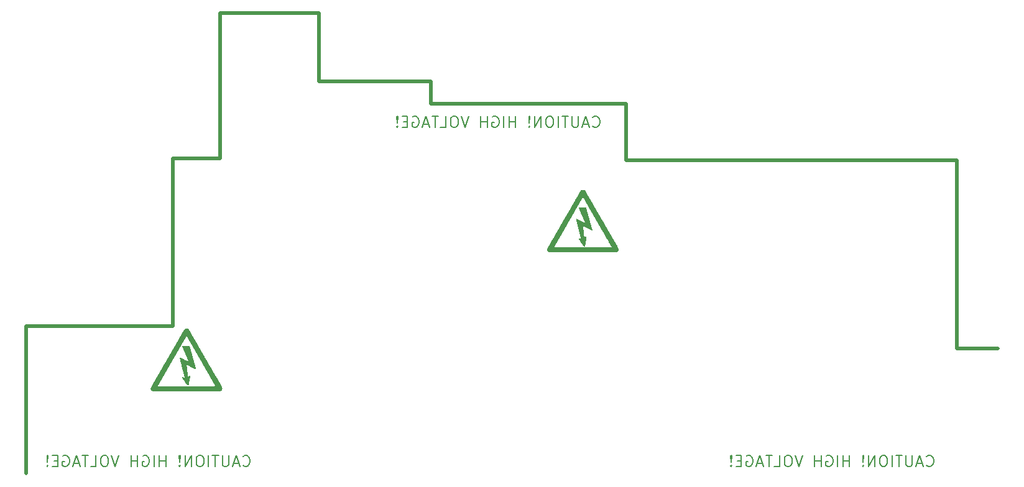
<source format=gbr>
%TF.GenerationSoftware,KiCad,Pcbnew,8.0.0*%
%TF.CreationDate,2024-03-08T15:53:04+08:00*%
%TF.ProjectId,xyz_display_board,78797a5f-6469-4737-906c-61795f626f61,1.0*%
%TF.SameCoordinates,Original*%
%TF.FileFunction,Legend,Bot*%
%TF.FilePolarity,Positive*%
%FSLAX46Y46*%
G04 Gerber Fmt 4.6, Leading zero omitted, Abs format (unit mm)*
G04 Created by KiCad (PCBNEW 8.0.0) date 2024-03-08 15:53:04*
%MOMM*%
%LPD*%
G01*
G04 APERTURE LIST*
%ADD10C,0.152400*%
%ADD11C,0.508000*%
%ADD12C,0.000000*%
G04 APERTURE END LIST*
D10*
X142430022Y-79162423D02*
X142502594Y-79234995D01*
X142502594Y-79234995D02*
X142720308Y-79307566D01*
X142720308Y-79307566D02*
X142865451Y-79307566D01*
X142865451Y-79307566D02*
X143083165Y-79234995D01*
X143083165Y-79234995D02*
X143228308Y-79089852D01*
X143228308Y-79089852D02*
X143300879Y-78944709D01*
X143300879Y-78944709D02*
X143373451Y-78654423D01*
X143373451Y-78654423D02*
X143373451Y-78436709D01*
X143373451Y-78436709D02*
X143300879Y-78146423D01*
X143300879Y-78146423D02*
X143228308Y-78001280D01*
X143228308Y-78001280D02*
X143083165Y-77856137D01*
X143083165Y-77856137D02*
X142865451Y-77783566D01*
X142865451Y-77783566D02*
X142720308Y-77783566D01*
X142720308Y-77783566D02*
X142502594Y-77856137D01*
X142502594Y-77856137D02*
X142430022Y-77928709D01*
X141849451Y-78872137D02*
X141123737Y-78872137D01*
X141994594Y-79307566D02*
X141486594Y-77783566D01*
X141486594Y-77783566D02*
X140978594Y-79307566D01*
X140470593Y-77783566D02*
X140470593Y-79017280D01*
X140470593Y-79017280D02*
X140398022Y-79162423D01*
X140398022Y-79162423D02*
X140325451Y-79234995D01*
X140325451Y-79234995D02*
X140180308Y-79307566D01*
X140180308Y-79307566D02*
X139890022Y-79307566D01*
X139890022Y-79307566D02*
X139744879Y-79234995D01*
X139744879Y-79234995D02*
X139672308Y-79162423D01*
X139672308Y-79162423D02*
X139599736Y-79017280D01*
X139599736Y-79017280D02*
X139599736Y-77783566D01*
X139091737Y-77783566D02*
X138220880Y-77783566D01*
X138656308Y-79307566D02*
X138656308Y-77783566D01*
X137712879Y-79307566D02*
X137712879Y-77783566D01*
X136696880Y-77783566D02*
X136406594Y-77783566D01*
X136406594Y-77783566D02*
X136261451Y-77856137D01*
X136261451Y-77856137D02*
X136116308Y-78001280D01*
X136116308Y-78001280D02*
X136043737Y-78291566D01*
X136043737Y-78291566D02*
X136043737Y-78799566D01*
X136043737Y-78799566D02*
X136116308Y-79089852D01*
X136116308Y-79089852D02*
X136261451Y-79234995D01*
X136261451Y-79234995D02*
X136406594Y-79307566D01*
X136406594Y-79307566D02*
X136696880Y-79307566D01*
X136696880Y-79307566D02*
X136842023Y-79234995D01*
X136842023Y-79234995D02*
X136987165Y-79089852D01*
X136987165Y-79089852D02*
X137059737Y-78799566D01*
X137059737Y-78799566D02*
X137059737Y-78291566D01*
X137059737Y-78291566D02*
X136987165Y-78001280D01*
X136987165Y-78001280D02*
X136842023Y-77856137D01*
X136842023Y-77856137D02*
X136696880Y-77783566D01*
X135390594Y-79307566D02*
X135390594Y-77783566D01*
X135390594Y-77783566D02*
X134519737Y-79307566D01*
X134519737Y-79307566D02*
X134519737Y-77783566D01*
X133794023Y-79162423D02*
X133721452Y-79234995D01*
X133721452Y-79234995D02*
X133794023Y-79307566D01*
X133794023Y-79307566D02*
X133866595Y-79234995D01*
X133866595Y-79234995D02*
X133794023Y-79162423D01*
X133794023Y-79162423D02*
X133794023Y-79307566D01*
X133794023Y-78726995D02*
X133866595Y-77856137D01*
X133866595Y-77856137D02*
X133794023Y-77783566D01*
X133794023Y-77783566D02*
X133721452Y-77856137D01*
X133721452Y-77856137D02*
X133794023Y-78726995D01*
X133794023Y-78726995D02*
X133794023Y-77783566D01*
X131907166Y-79307566D02*
X131907166Y-77783566D01*
X131907166Y-78509280D02*
X131036309Y-78509280D01*
X131036309Y-79307566D02*
X131036309Y-77783566D01*
X130310595Y-79307566D02*
X130310595Y-77783566D01*
X128786596Y-77856137D02*
X128931739Y-77783566D01*
X128931739Y-77783566D02*
X129149453Y-77783566D01*
X129149453Y-77783566D02*
X129367167Y-77856137D01*
X129367167Y-77856137D02*
X129512310Y-78001280D01*
X129512310Y-78001280D02*
X129584881Y-78146423D01*
X129584881Y-78146423D02*
X129657453Y-78436709D01*
X129657453Y-78436709D02*
X129657453Y-78654423D01*
X129657453Y-78654423D02*
X129584881Y-78944709D01*
X129584881Y-78944709D02*
X129512310Y-79089852D01*
X129512310Y-79089852D02*
X129367167Y-79234995D01*
X129367167Y-79234995D02*
X129149453Y-79307566D01*
X129149453Y-79307566D02*
X129004310Y-79307566D01*
X129004310Y-79307566D02*
X128786596Y-79234995D01*
X128786596Y-79234995D02*
X128714024Y-79162423D01*
X128714024Y-79162423D02*
X128714024Y-78654423D01*
X128714024Y-78654423D02*
X129004310Y-78654423D01*
X128060881Y-79307566D02*
X128060881Y-77783566D01*
X128060881Y-78509280D02*
X127190024Y-78509280D01*
X127190024Y-79307566D02*
X127190024Y-77783566D01*
X125520882Y-77783566D02*
X125012882Y-79307566D01*
X125012882Y-79307566D02*
X124504882Y-77783566D01*
X123706596Y-77783566D02*
X123416310Y-77783566D01*
X123416310Y-77783566D02*
X123271167Y-77856137D01*
X123271167Y-77856137D02*
X123126024Y-78001280D01*
X123126024Y-78001280D02*
X123053453Y-78291566D01*
X123053453Y-78291566D02*
X123053453Y-78799566D01*
X123053453Y-78799566D02*
X123126024Y-79089852D01*
X123126024Y-79089852D02*
X123271167Y-79234995D01*
X123271167Y-79234995D02*
X123416310Y-79307566D01*
X123416310Y-79307566D02*
X123706596Y-79307566D01*
X123706596Y-79307566D02*
X123851739Y-79234995D01*
X123851739Y-79234995D02*
X123996881Y-79089852D01*
X123996881Y-79089852D02*
X124069453Y-78799566D01*
X124069453Y-78799566D02*
X124069453Y-78291566D01*
X124069453Y-78291566D02*
X123996881Y-78001280D01*
X123996881Y-78001280D02*
X123851739Y-77856137D01*
X123851739Y-77856137D02*
X123706596Y-77783566D01*
X121674596Y-79307566D02*
X122400310Y-79307566D01*
X122400310Y-79307566D02*
X122400310Y-77783566D01*
X121384311Y-77783566D02*
X120513454Y-77783566D01*
X120948882Y-79307566D02*
X120948882Y-77783566D01*
X120078025Y-78872137D02*
X119352311Y-78872137D01*
X120223168Y-79307566D02*
X119715168Y-77783566D01*
X119715168Y-77783566D02*
X119207168Y-79307566D01*
X117900882Y-77856137D02*
X118046025Y-77783566D01*
X118046025Y-77783566D02*
X118263739Y-77783566D01*
X118263739Y-77783566D02*
X118481453Y-77856137D01*
X118481453Y-77856137D02*
X118626596Y-78001280D01*
X118626596Y-78001280D02*
X118699167Y-78146423D01*
X118699167Y-78146423D02*
X118771739Y-78436709D01*
X118771739Y-78436709D02*
X118771739Y-78654423D01*
X118771739Y-78654423D02*
X118699167Y-78944709D01*
X118699167Y-78944709D02*
X118626596Y-79089852D01*
X118626596Y-79089852D02*
X118481453Y-79234995D01*
X118481453Y-79234995D02*
X118263739Y-79307566D01*
X118263739Y-79307566D02*
X118118596Y-79307566D01*
X118118596Y-79307566D02*
X117900882Y-79234995D01*
X117900882Y-79234995D02*
X117828310Y-79162423D01*
X117828310Y-79162423D02*
X117828310Y-78654423D01*
X117828310Y-78654423D02*
X118118596Y-78654423D01*
X117175167Y-78509280D02*
X116667167Y-78509280D01*
X116449453Y-79307566D02*
X117175167Y-79307566D01*
X117175167Y-79307566D02*
X117175167Y-77783566D01*
X117175167Y-77783566D02*
X116449453Y-77783566D01*
X115796310Y-79162423D02*
X115723739Y-79234995D01*
X115723739Y-79234995D02*
X115796310Y-79307566D01*
X115796310Y-79307566D02*
X115868882Y-79234995D01*
X115868882Y-79234995D02*
X115796310Y-79162423D01*
X115796310Y-79162423D02*
X115796310Y-79307566D01*
X115796310Y-78726995D02*
X115868882Y-77856137D01*
X115868882Y-77856137D02*
X115796310Y-77783566D01*
X115796310Y-77783566D02*
X115723739Y-77856137D01*
X115723739Y-77856137D02*
X115796310Y-78726995D01*
X115796310Y-78726995D02*
X115796310Y-77783566D01*
X187896022Y-125390423D02*
X187968594Y-125462995D01*
X187968594Y-125462995D02*
X188186308Y-125535566D01*
X188186308Y-125535566D02*
X188331451Y-125535566D01*
X188331451Y-125535566D02*
X188549165Y-125462995D01*
X188549165Y-125462995D02*
X188694308Y-125317852D01*
X188694308Y-125317852D02*
X188766879Y-125172709D01*
X188766879Y-125172709D02*
X188839451Y-124882423D01*
X188839451Y-124882423D02*
X188839451Y-124664709D01*
X188839451Y-124664709D02*
X188766879Y-124374423D01*
X188766879Y-124374423D02*
X188694308Y-124229280D01*
X188694308Y-124229280D02*
X188549165Y-124084137D01*
X188549165Y-124084137D02*
X188331451Y-124011566D01*
X188331451Y-124011566D02*
X188186308Y-124011566D01*
X188186308Y-124011566D02*
X187968594Y-124084137D01*
X187968594Y-124084137D02*
X187896022Y-124156709D01*
X187315451Y-125100137D02*
X186589737Y-125100137D01*
X187460594Y-125535566D02*
X186952594Y-124011566D01*
X186952594Y-124011566D02*
X186444594Y-125535566D01*
X185936593Y-124011566D02*
X185936593Y-125245280D01*
X185936593Y-125245280D02*
X185864022Y-125390423D01*
X185864022Y-125390423D02*
X185791451Y-125462995D01*
X185791451Y-125462995D02*
X185646308Y-125535566D01*
X185646308Y-125535566D02*
X185356022Y-125535566D01*
X185356022Y-125535566D02*
X185210879Y-125462995D01*
X185210879Y-125462995D02*
X185138308Y-125390423D01*
X185138308Y-125390423D02*
X185065736Y-125245280D01*
X185065736Y-125245280D02*
X185065736Y-124011566D01*
X184557737Y-124011566D02*
X183686880Y-124011566D01*
X184122308Y-125535566D02*
X184122308Y-124011566D01*
X183178879Y-125535566D02*
X183178879Y-124011566D01*
X182162880Y-124011566D02*
X181872594Y-124011566D01*
X181872594Y-124011566D02*
X181727451Y-124084137D01*
X181727451Y-124084137D02*
X181582308Y-124229280D01*
X181582308Y-124229280D02*
X181509737Y-124519566D01*
X181509737Y-124519566D02*
X181509737Y-125027566D01*
X181509737Y-125027566D02*
X181582308Y-125317852D01*
X181582308Y-125317852D02*
X181727451Y-125462995D01*
X181727451Y-125462995D02*
X181872594Y-125535566D01*
X181872594Y-125535566D02*
X182162880Y-125535566D01*
X182162880Y-125535566D02*
X182308023Y-125462995D01*
X182308023Y-125462995D02*
X182453165Y-125317852D01*
X182453165Y-125317852D02*
X182525737Y-125027566D01*
X182525737Y-125027566D02*
X182525737Y-124519566D01*
X182525737Y-124519566D02*
X182453165Y-124229280D01*
X182453165Y-124229280D02*
X182308023Y-124084137D01*
X182308023Y-124084137D02*
X182162880Y-124011566D01*
X180856594Y-125535566D02*
X180856594Y-124011566D01*
X180856594Y-124011566D02*
X179985737Y-125535566D01*
X179985737Y-125535566D02*
X179985737Y-124011566D01*
X179260023Y-125390423D02*
X179187452Y-125462995D01*
X179187452Y-125462995D02*
X179260023Y-125535566D01*
X179260023Y-125535566D02*
X179332595Y-125462995D01*
X179332595Y-125462995D02*
X179260023Y-125390423D01*
X179260023Y-125390423D02*
X179260023Y-125535566D01*
X179260023Y-124954995D02*
X179332595Y-124084137D01*
X179332595Y-124084137D02*
X179260023Y-124011566D01*
X179260023Y-124011566D02*
X179187452Y-124084137D01*
X179187452Y-124084137D02*
X179260023Y-124954995D01*
X179260023Y-124954995D02*
X179260023Y-124011566D01*
X177373166Y-125535566D02*
X177373166Y-124011566D01*
X177373166Y-124737280D02*
X176502309Y-124737280D01*
X176502309Y-125535566D02*
X176502309Y-124011566D01*
X175776595Y-125535566D02*
X175776595Y-124011566D01*
X174252596Y-124084137D02*
X174397739Y-124011566D01*
X174397739Y-124011566D02*
X174615453Y-124011566D01*
X174615453Y-124011566D02*
X174833167Y-124084137D01*
X174833167Y-124084137D02*
X174978310Y-124229280D01*
X174978310Y-124229280D02*
X175050881Y-124374423D01*
X175050881Y-124374423D02*
X175123453Y-124664709D01*
X175123453Y-124664709D02*
X175123453Y-124882423D01*
X175123453Y-124882423D02*
X175050881Y-125172709D01*
X175050881Y-125172709D02*
X174978310Y-125317852D01*
X174978310Y-125317852D02*
X174833167Y-125462995D01*
X174833167Y-125462995D02*
X174615453Y-125535566D01*
X174615453Y-125535566D02*
X174470310Y-125535566D01*
X174470310Y-125535566D02*
X174252596Y-125462995D01*
X174252596Y-125462995D02*
X174180024Y-125390423D01*
X174180024Y-125390423D02*
X174180024Y-124882423D01*
X174180024Y-124882423D02*
X174470310Y-124882423D01*
X173526881Y-125535566D02*
X173526881Y-124011566D01*
X173526881Y-124737280D02*
X172656024Y-124737280D01*
X172656024Y-125535566D02*
X172656024Y-124011566D01*
X170986882Y-124011566D02*
X170478882Y-125535566D01*
X170478882Y-125535566D02*
X169970882Y-124011566D01*
X169172596Y-124011566D02*
X168882310Y-124011566D01*
X168882310Y-124011566D02*
X168737167Y-124084137D01*
X168737167Y-124084137D02*
X168592024Y-124229280D01*
X168592024Y-124229280D02*
X168519453Y-124519566D01*
X168519453Y-124519566D02*
X168519453Y-125027566D01*
X168519453Y-125027566D02*
X168592024Y-125317852D01*
X168592024Y-125317852D02*
X168737167Y-125462995D01*
X168737167Y-125462995D02*
X168882310Y-125535566D01*
X168882310Y-125535566D02*
X169172596Y-125535566D01*
X169172596Y-125535566D02*
X169317739Y-125462995D01*
X169317739Y-125462995D02*
X169462881Y-125317852D01*
X169462881Y-125317852D02*
X169535453Y-125027566D01*
X169535453Y-125027566D02*
X169535453Y-124519566D01*
X169535453Y-124519566D02*
X169462881Y-124229280D01*
X169462881Y-124229280D02*
X169317739Y-124084137D01*
X169317739Y-124084137D02*
X169172596Y-124011566D01*
X167140596Y-125535566D02*
X167866310Y-125535566D01*
X167866310Y-125535566D02*
X167866310Y-124011566D01*
X166850311Y-124011566D02*
X165979454Y-124011566D01*
X166414882Y-125535566D02*
X166414882Y-124011566D01*
X165544025Y-125100137D02*
X164818311Y-125100137D01*
X165689168Y-125535566D02*
X165181168Y-124011566D01*
X165181168Y-124011566D02*
X164673168Y-125535566D01*
X163366882Y-124084137D02*
X163512025Y-124011566D01*
X163512025Y-124011566D02*
X163729739Y-124011566D01*
X163729739Y-124011566D02*
X163947453Y-124084137D01*
X163947453Y-124084137D02*
X164092596Y-124229280D01*
X164092596Y-124229280D02*
X164165167Y-124374423D01*
X164165167Y-124374423D02*
X164237739Y-124664709D01*
X164237739Y-124664709D02*
X164237739Y-124882423D01*
X164237739Y-124882423D02*
X164165167Y-125172709D01*
X164165167Y-125172709D02*
X164092596Y-125317852D01*
X164092596Y-125317852D02*
X163947453Y-125462995D01*
X163947453Y-125462995D02*
X163729739Y-125535566D01*
X163729739Y-125535566D02*
X163584596Y-125535566D01*
X163584596Y-125535566D02*
X163366882Y-125462995D01*
X163366882Y-125462995D02*
X163294310Y-125390423D01*
X163294310Y-125390423D02*
X163294310Y-124882423D01*
X163294310Y-124882423D02*
X163584596Y-124882423D01*
X162641167Y-124737280D02*
X162133167Y-124737280D01*
X161915453Y-125535566D02*
X162641167Y-125535566D01*
X162641167Y-125535566D02*
X162641167Y-124011566D01*
X162641167Y-124011566D02*
X161915453Y-124011566D01*
X161262310Y-125390423D02*
X161189739Y-125462995D01*
X161189739Y-125462995D02*
X161262310Y-125535566D01*
X161262310Y-125535566D02*
X161334882Y-125462995D01*
X161334882Y-125462995D02*
X161262310Y-125390423D01*
X161262310Y-125390423D02*
X161262310Y-125535566D01*
X161262310Y-124954995D02*
X161334882Y-124084137D01*
X161334882Y-124084137D02*
X161262310Y-124011566D01*
X161262310Y-124011566D02*
X161189739Y-124084137D01*
X161189739Y-124084137D02*
X161262310Y-124954995D01*
X161262310Y-124954995D02*
X161262310Y-124011566D01*
X94805022Y-125390423D02*
X94877594Y-125462995D01*
X94877594Y-125462995D02*
X95095308Y-125535566D01*
X95095308Y-125535566D02*
X95240451Y-125535566D01*
X95240451Y-125535566D02*
X95458165Y-125462995D01*
X95458165Y-125462995D02*
X95603308Y-125317852D01*
X95603308Y-125317852D02*
X95675879Y-125172709D01*
X95675879Y-125172709D02*
X95748451Y-124882423D01*
X95748451Y-124882423D02*
X95748451Y-124664709D01*
X95748451Y-124664709D02*
X95675879Y-124374423D01*
X95675879Y-124374423D02*
X95603308Y-124229280D01*
X95603308Y-124229280D02*
X95458165Y-124084137D01*
X95458165Y-124084137D02*
X95240451Y-124011566D01*
X95240451Y-124011566D02*
X95095308Y-124011566D01*
X95095308Y-124011566D02*
X94877594Y-124084137D01*
X94877594Y-124084137D02*
X94805022Y-124156709D01*
X94224451Y-125100137D02*
X93498737Y-125100137D01*
X94369594Y-125535566D02*
X93861594Y-124011566D01*
X93861594Y-124011566D02*
X93353594Y-125535566D01*
X92845593Y-124011566D02*
X92845593Y-125245280D01*
X92845593Y-125245280D02*
X92773022Y-125390423D01*
X92773022Y-125390423D02*
X92700451Y-125462995D01*
X92700451Y-125462995D02*
X92555308Y-125535566D01*
X92555308Y-125535566D02*
X92265022Y-125535566D01*
X92265022Y-125535566D02*
X92119879Y-125462995D01*
X92119879Y-125462995D02*
X92047308Y-125390423D01*
X92047308Y-125390423D02*
X91974736Y-125245280D01*
X91974736Y-125245280D02*
X91974736Y-124011566D01*
X91466737Y-124011566D02*
X90595880Y-124011566D01*
X91031308Y-125535566D02*
X91031308Y-124011566D01*
X90087879Y-125535566D02*
X90087879Y-124011566D01*
X89071880Y-124011566D02*
X88781594Y-124011566D01*
X88781594Y-124011566D02*
X88636451Y-124084137D01*
X88636451Y-124084137D02*
X88491308Y-124229280D01*
X88491308Y-124229280D02*
X88418737Y-124519566D01*
X88418737Y-124519566D02*
X88418737Y-125027566D01*
X88418737Y-125027566D02*
X88491308Y-125317852D01*
X88491308Y-125317852D02*
X88636451Y-125462995D01*
X88636451Y-125462995D02*
X88781594Y-125535566D01*
X88781594Y-125535566D02*
X89071880Y-125535566D01*
X89071880Y-125535566D02*
X89217023Y-125462995D01*
X89217023Y-125462995D02*
X89362165Y-125317852D01*
X89362165Y-125317852D02*
X89434737Y-125027566D01*
X89434737Y-125027566D02*
X89434737Y-124519566D01*
X89434737Y-124519566D02*
X89362165Y-124229280D01*
X89362165Y-124229280D02*
X89217023Y-124084137D01*
X89217023Y-124084137D02*
X89071880Y-124011566D01*
X87765594Y-125535566D02*
X87765594Y-124011566D01*
X87765594Y-124011566D02*
X86894737Y-125535566D01*
X86894737Y-125535566D02*
X86894737Y-124011566D01*
X86169023Y-125390423D02*
X86096452Y-125462995D01*
X86096452Y-125462995D02*
X86169023Y-125535566D01*
X86169023Y-125535566D02*
X86241595Y-125462995D01*
X86241595Y-125462995D02*
X86169023Y-125390423D01*
X86169023Y-125390423D02*
X86169023Y-125535566D01*
X86169023Y-124954995D02*
X86241595Y-124084137D01*
X86241595Y-124084137D02*
X86169023Y-124011566D01*
X86169023Y-124011566D02*
X86096452Y-124084137D01*
X86096452Y-124084137D02*
X86169023Y-124954995D01*
X86169023Y-124954995D02*
X86169023Y-124011566D01*
X84282166Y-125535566D02*
X84282166Y-124011566D01*
X84282166Y-124737280D02*
X83411309Y-124737280D01*
X83411309Y-125535566D02*
X83411309Y-124011566D01*
X82685595Y-125535566D02*
X82685595Y-124011566D01*
X81161596Y-124084137D02*
X81306739Y-124011566D01*
X81306739Y-124011566D02*
X81524453Y-124011566D01*
X81524453Y-124011566D02*
X81742167Y-124084137D01*
X81742167Y-124084137D02*
X81887310Y-124229280D01*
X81887310Y-124229280D02*
X81959881Y-124374423D01*
X81959881Y-124374423D02*
X82032453Y-124664709D01*
X82032453Y-124664709D02*
X82032453Y-124882423D01*
X82032453Y-124882423D02*
X81959881Y-125172709D01*
X81959881Y-125172709D02*
X81887310Y-125317852D01*
X81887310Y-125317852D02*
X81742167Y-125462995D01*
X81742167Y-125462995D02*
X81524453Y-125535566D01*
X81524453Y-125535566D02*
X81379310Y-125535566D01*
X81379310Y-125535566D02*
X81161596Y-125462995D01*
X81161596Y-125462995D02*
X81089024Y-125390423D01*
X81089024Y-125390423D02*
X81089024Y-124882423D01*
X81089024Y-124882423D02*
X81379310Y-124882423D01*
X80435881Y-125535566D02*
X80435881Y-124011566D01*
X80435881Y-124737280D02*
X79565024Y-124737280D01*
X79565024Y-125535566D02*
X79565024Y-124011566D01*
X77895882Y-124011566D02*
X77387882Y-125535566D01*
X77387882Y-125535566D02*
X76879882Y-124011566D01*
X76081596Y-124011566D02*
X75791310Y-124011566D01*
X75791310Y-124011566D02*
X75646167Y-124084137D01*
X75646167Y-124084137D02*
X75501024Y-124229280D01*
X75501024Y-124229280D02*
X75428453Y-124519566D01*
X75428453Y-124519566D02*
X75428453Y-125027566D01*
X75428453Y-125027566D02*
X75501024Y-125317852D01*
X75501024Y-125317852D02*
X75646167Y-125462995D01*
X75646167Y-125462995D02*
X75791310Y-125535566D01*
X75791310Y-125535566D02*
X76081596Y-125535566D01*
X76081596Y-125535566D02*
X76226739Y-125462995D01*
X76226739Y-125462995D02*
X76371881Y-125317852D01*
X76371881Y-125317852D02*
X76444453Y-125027566D01*
X76444453Y-125027566D02*
X76444453Y-124519566D01*
X76444453Y-124519566D02*
X76371881Y-124229280D01*
X76371881Y-124229280D02*
X76226739Y-124084137D01*
X76226739Y-124084137D02*
X76081596Y-124011566D01*
X74049596Y-125535566D02*
X74775310Y-125535566D01*
X74775310Y-125535566D02*
X74775310Y-124011566D01*
X73759311Y-124011566D02*
X72888454Y-124011566D01*
X73323882Y-125535566D02*
X73323882Y-124011566D01*
X72453025Y-125100137D02*
X71727311Y-125100137D01*
X72598168Y-125535566D02*
X72090168Y-124011566D01*
X72090168Y-124011566D02*
X71582168Y-125535566D01*
X70275882Y-124084137D02*
X70421025Y-124011566D01*
X70421025Y-124011566D02*
X70638739Y-124011566D01*
X70638739Y-124011566D02*
X70856453Y-124084137D01*
X70856453Y-124084137D02*
X71001596Y-124229280D01*
X71001596Y-124229280D02*
X71074167Y-124374423D01*
X71074167Y-124374423D02*
X71146739Y-124664709D01*
X71146739Y-124664709D02*
X71146739Y-124882423D01*
X71146739Y-124882423D02*
X71074167Y-125172709D01*
X71074167Y-125172709D02*
X71001596Y-125317852D01*
X71001596Y-125317852D02*
X70856453Y-125462995D01*
X70856453Y-125462995D02*
X70638739Y-125535566D01*
X70638739Y-125535566D02*
X70493596Y-125535566D01*
X70493596Y-125535566D02*
X70275882Y-125462995D01*
X70275882Y-125462995D02*
X70203310Y-125390423D01*
X70203310Y-125390423D02*
X70203310Y-124882423D01*
X70203310Y-124882423D02*
X70493596Y-124882423D01*
X69550167Y-124737280D02*
X69042167Y-124737280D01*
X68824453Y-125535566D02*
X69550167Y-125535566D01*
X69550167Y-125535566D02*
X69550167Y-124011566D01*
X69550167Y-124011566D02*
X68824453Y-124011566D01*
X68171310Y-125390423D02*
X68098739Y-125462995D01*
X68098739Y-125462995D02*
X68171310Y-125535566D01*
X68171310Y-125535566D02*
X68243882Y-125462995D01*
X68243882Y-125462995D02*
X68171310Y-125390423D01*
X68171310Y-125390423D02*
X68171310Y-125535566D01*
X68171310Y-124954995D02*
X68243882Y-124084137D01*
X68243882Y-124084137D02*
X68171310Y-124011566D01*
X68171310Y-124011566D02*
X68098739Y-124084137D01*
X68098739Y-124084137D02*
X68171310Y-124954995D01*
X68171310Y-124954995D02*
X68171310Y-124011566D01*
D11*
X192151000Y-109474000D02*
X197612000Y-109474000D01*
X192024000Y-83947000D02*
X192024000Y-109474000D01*
X146939000Y-83820000D02*
X192024000Y-83820000D01*
X146939000Y-76073000D02*
X146939000Y-83820000D01*
X120396000Y-76073000D02*
X146939000Y-76073000D01*
X120396000Y-73025000D02*
X120396000Y-76073000D01*
X105156000Y-73025000D02*
X120396000Y-73025000D01*
X105156000Y-63754000D02*
X105156000Y-73025000D01*
X91694000Y-63754000D02*
X105156000Y-63754000D01*
X91694000Y-83566000D02*
X91694000Y-63754000D01*
X85217000Y-83566000D02*
X91694000Y-83566000D01*
X85217000Y-106426000D02*
X85217000Y-83566000D01*
X65278000Y-106426000D02*
X85217000Y-106426000D01*
X65278000Y-126492000D02*
X65278000Y-106426000D01*
D12*
%TO.C,G\u002A\u002A\u002A*%
G36*
X87161371Y-109110098D02*
G01*
X87276786Y-109110729D01*
X87365836Y-109111988D01*
X87431658Y-109114020D01*
X87477391Y-109116971D01*
X87506172Y-109120988D01*
X87521139Y-109126218D01*
X87525431Y-109132805D01*
X87526991Y-109142562D01*
X87543615Y-109161728D01*
X87551004Y-109170124D01*
X87562121Y-109203327D01*
X87569874Y-109251827D01*
X87573887Y-109284034D01*
X87581811Y-109321335D01*
X87589908Y-109335865D01*
X87593173Y-109337982D01*
X87602750Y-109361519D01*
X87610837Y-109402740D01*
X87613269Y-109418191D01*
X87623462Y-109458513D01*
X87634836Y-109479392D01*
X87640289Y-109487059D01*
X87650627Y-109520100D01*
X87658508Y-109567817D01*
X87662288Y-109594294D01*
X87672451Y-109635864D01*
X87683810Y-109656760D01*
X87693306Y-109674825D01*
X87703732Y-109716461D01*
X87712095Y-109771759D01*
X87719602Y-109823600D01*
X87729372Y-109866243D01*
X87738761Y-109886240D01*
X87742413Y-109890214D01*
X87753842Y-109918935D01*
X87762769Y-109962892D01*
X87765443Y-109979533D01*
X87775192Y-110015449D01*
X87785751Y-110029766D01*
X87793888Y-110035805D01*
X87799764Y-110062041D01*
X87802545Y-110080788D01*
X87814617Y-110094315D01*
X87814803Y-110094324D01*
X87823819Y-110109677D01*
X87833208Y-110148743D01*
X87840966Y-110203241D01*
X87848798Y-110259201D01*
X87858416Y-110302014D01*
X87867680Y-110321945D01*
X87871372Y-110325918D01*
X87882900Y-110354639D01*
X87891867Y-110398597D01*
X87894507Y-110415253D01*
X87903846Y-110451159D01*
X87913688Y-110465471D01*
X87919998Y-110473456D01*
X87929459Y-110505694D01*
X87937629Y-110554226D01*
X87943313Y-110590919D01*
X87952441Y-110628440D01*
X87960942Y-110642981D01*
X87966247Y-110649433D01*
X87974603Y-110679928D01*
X87981242Y-110727019D01*
X87985588Y-110758887D01*
X87995818Y-110798931D01*
X88007501Y-110817119D01*
X88008937Y-110817765D01*
X88020812Y-110838857D01*
X88025685Y-110877163D01*
X88025691Y-110878440D01*
X88032509Y-110922530D01*
X88048314Y-110953775D01*
X88061237Y-110980204D01*
X88073654Y-111028525D01*
X88082732Y-111088060D01*
X88082925Y-111089865D01*
X88091013Y-111146709D01*
X88100822Y-111189759D01*
X88110272Y-111209822D01*
X88115951Y-111217574D01*
X88126644Y-111250775D01*
X88134666Y-111298577D01*
X88138370Y-111325112D01*
X88147940Y-111366439D01*
X88158339Y-111387002D01*
X88161988Y-111390976D01*
X88173412Y-111419697D01*
X88182337Y-111463654D01*
X88185011Y-111480295D01*
X88194760Y-111516212D01*
X88205319Y-111530529D01*
X88206373Y-111530676D01*
X88215591Y-111547268D01*
X88219431Y-111582975D01*
X88225354Y-111629785D01*
X88241449Y-111677425D01*
X88246976Y-111689549D01*
X88262859Y-111738707D01*
X88274613Y-111794420D01*
X88279023Y-111818468D01*
X88289952Y-111855018D01*
X88301007Y-111869410D01*
X88301191Y-111869414D01*
X88311766Y-111883826D01*
X88316155Y-111917822D01*
X88316156Y-111918401D01*
X88320406Y-111952203D01*
X88330433Y-111966234D01*
X88337329Y-111974212D01*
X88347395Y-112006449D01*
X88355800Y-112054989D01*
X88361727Y-112091653D01*
X88371857Y-112129194D01*
X88381865Y-112143743D01*
X88385220Y-112145387D01*
X88393519Y-112167868D01*
X88396841Y-112208292D01*
X88396841Y-112272841D01*
X88325376Y-112272841D01*
X88307115Y-112272178D01*
X88261053Y-112264625D01*
X88232428Y-112251357D01*
X88207582Y-112234608D01*
X88166726Y-112218775D01*
X88136285Y-112206760D01*
X88122508Y-112191848D01*
X88119780Y-112184569D01*
X88098303Y-112176018D01*
X88087152Y-112174084D01*
X88074097Y-112158928D01*
X88073317Y-112153739D01*
X88060403Y-112150302D01*
X88041792Y-112147557D01*
X88013367Y-112127701D01*
X87981327Y-112105112D01*
X87934431Y-112085194D01*
X87898690Y-112072135D01*
X87867354Y-112052267D01*
X87853419Y-112041325D01*
X87824544Y-112030783D01*
X87813603Y-112028012D01*
X87793928Y-112006577D01*
X87778158Y-111990918D01*
X87743790Y-111982371D01*
X87716766Y-111978310D01*
X87702940Y-111966234D01*
X87700026Y-111958654D01*
X87678228Y-111950097D01*
X87666082Y-111947520D01*
X87644396Y-111926330D01*
X87643437Y-111924299D01*
X87620007Y-111905573D01*
X87580353Y-111892259D01*
X87573997Y-111890979D01*
X87539498Y-111880240D01*
X87525431Y-111868897D01*
X87511651Y-111856660D01*
X87478367Y-111845501D01*
X87443322Y-111831861D01*
X87422394Y-111811944D01*
X87406848Y-111796913D01*
X87372634Y-111788724D01*
X87345839Y-111783970D01*
X87331784Y-111764518D01*
X87325794Y-111750403D01*
X87299510Y-111740313D01*
X87280751Y-111737287D01*
X87267235Y-111724175D01*
X87264504Y-111716752D01*
X87243029Y-111708038D01*
X87231879Y-111706105D01*
X87218824Y-111690949D01*
X87218044Y-111685759D01*
X87205130Y-111682322D01*
X87186165Y-111679344D01*
X87157569Y-111659233D01*
X87131362Y-111640656D01*
X87112715Y-111645458D01*
X87109849Y-111654005D01*
X87120520Y-111674849D01*
X87127890Y-111689795D01*
X87136238Y-111735826D01*
X87143434Y-111810292D01*
X87149219Y-111911069D01*
X87150499Y-111937823D01*
X87155501Y-112016638D01*
X87161445Y-112081547D01*
X87167695Y-112126432D01*
X87173612Y-112145174D01*
X87175605Y-112148412D01*
X87181642Y-112177076D01*
X87187777Y-112229801D01*
X87193393Y-112300529D01*
X87197872Y-112383199D01*
X87199333Y-112414851D01*
X87203907Y-112492377D01*
X87209028Y-112554856D01*
X87214171Y-112596550D01*
X87218810Y-112611723D01*
X87219840Y-112612561D01*
X87224865Y-112634269D01*
X87230329Y-112680936D01*
X87235638Y-112746633D01*
X87240198Y-112825428D01*
X87240708Y-112835753D01*
X87246034Y-112917215D01*
X87252619Y-112982830D01*
X87259795Y-113027124D01*
X87266896Y-113044626D01*
X87270151Y-113048217D01*
X87277089Y-113077358D01*
X87281700Y-113130591D01*
X87283373Y-113202077D01*
X87283401Y-113211577D01*
X87285996Y-113283965D01*
X87292255Y-113332467D01*
X87301391Y-113354986D01*
X87312620Y-113349426D01*
X87325158Y-113313693D01*
X87337431Y-113287108D01*
X87357739Y-113273349D01*
X87368177Y-113270558D01*
X87380196Y-113249144D01*
X87381571Y-113238061D01*
X87392507Y-113224938D01*
X87404164Y-113216396D01*
X87420747Y-113188629D01*
X87437853Y-113164825D01*
X87472985Y-113157369D01*
X87495915Y-113156679D01*
X87509294Y-113145266D01*
X87509790Y-113141087D01*
X87525414Y-113129141D01*
X87553935Y-113132829D01*
X87583064Y-113151168D01*
X87589824Y-113161995D01*
X87599609Y-113197163D01*
X87605275Y-113242896D01*
X87606297Y-113288636D01*
X87602154Y-113323823D01*
X87592320Y-113337898D01*
X87591487Y-113338100D01*
X87583417Y-113355985D01*
X87575320Y-113397135D01*
X87568832Y-113453497D01*
X87568385Y-113458668D01*
X87561536Y-113515929D01*
X87553079Y-113558879D01*
X87544741Y-113578561D01*
X87542855Y-113580753D01*
X87534623Y-113607015D01*
X87526415Y-113654972D01*
X87519759Y-113716207D01*
X87518313Y-113732404D01*
X87511107Y-113790985D01*
X87502715Y-113834100D01*
X87494670Y-113853373D01*
X87489793Y-113863658D01*
X87482141Y-113900831D01*
X87474662Y-113957944D01*
X87468443Y-114027765D01*
X87464235Y-114078447D01*
X87457405Y-114137694D01*
X87450311Y-114178180D01*
X87443950Y-114193172D01*
X87443794Y-114193180D01*
X87435967Y-114208521D01*
X87427708Y-114247589D01*
X87420779Y-114302098D01*
X87413684Y-114358249D01*
X87403300Y-114412692D01*
X87392562Y-114447333D01*
X87378855Y-114467275D01*
X87351623Y-114480282D01*
X87303341Y-114483642D01*
X87262589Y-114481707D01*
X87235381Y-114472194D01*
X87223499Y-114451367D01*
X87214411Y-114432613D01*
X87192736Y-114419093D01*
X87182362Y-114416303D01*
X87170412Y-114394887D01*
X87168797Y-114383777D01*
X87156024Y-114370681D01*
X87143970Y-114360547D01*
X87131511Y-114330338D01*
X87120851Y-114303687D01*
X87105556Y-114289995D01*
X87098123Y-114287083D01*
X87089726Y-114265283D01*
X87086987Y-114252848D01*
X87065520Y-114231282D01*
X87054209Y-114225005D01*
X87041314Y-114205398D01*
X87041199Y-114204036D01*
X87028430Y-114181328D01*
X87000971Y-114151415D01*
X86998670Y-114149242D01*
X86971726Y-114116337D01*
X86960628Y-114088544D01*
X86958153Y-114076069D01*
X86937878Y-114054331D01*
X86920558Y-114038647D01*
X86904778Y-114004358D01*
X86902400Y-113996855D01*
X86880175Y-113956281D01*
X86846841Y-113915530D01*
X86836599Y-113904749D01*
X86809943Y-113870126D01*
X86799256Y-113844980D01*
X86797640Y-113834995D01*
X86783118Y-113822015D01*
X86775539Y-113819101D01*
X86766981Y-113797303D01*
X86764684Y-113785632D01*
X86744232Y-113763861D01*
X86727595Y-113749428D01*
X86711650Y-113715956D01*
X86701312Y-113690449D01*
X86685588Y-113676780D01*
X86671558Y-113668333D01*
X86653660Y-113640471D01*
X86626534Y-113586959D01*
X86567887Y-113512517D01*
X86563526Y-113507884D01*
X86542625Y-113469883D01*
X86529692Y-113421276D01*
X86521149Y-113357586D01*
X86596725Y-113351575D01*
X86609101Y-113350749D01*
X86664991Y-113353848D01*
X86700010Y-113371379D01*
X86730876Y-113391745D01*
X86775429Y-113409169D01*
X86811909Y-113422793D01*
X86835156Y-113440036D01*
X86837869Y-113442733D01*
X86844604Y-113432098D01*
X86847420Y-113398413D01*
X86847219Y-113387498D01*
X86842261Y-113352153D01*
X86832691Y-113337898D01*
X86825508Y-113329924D01*
X86815146Y-113297686D01*
X86806626Y-113249144D01*
X86800959Y-113212449D01*
X86791906Y-113174929D01*
X86783517Y-113160389D01*
X86777478Y-113151599D01*
X86769089Y-113118455D01*
X86762076Y-113069112D01*
X86756837Y-113030397D01*
X86747520Y-112988408D01*
X86737944Y-112968254D01*
X86732590Y-112960638D01*
X86722408Y-112927692D01*
X86714590Y-112880026D01*
X86710844Y-112853527D01*
X86700934Y-112812045D01*
X86689986Y-112791271D01*
X86689107Y-112790555D01*
X86679683Y-112767787D01*
X86670128Y-112722678D01*
X86662385Y-112664169D01*
X86661545Y-112656053D01*
X86653956Y-112600892D01*
X86645341Y-112561935D01*
X86637407Y-112547174D01*
X86630431Y-112537835D01*
X86620815Y-112504157D01*
X86612530Y-112454385D01*
X86608778Y-112429448D01*
X86593167Y-112370995D01*
X86572325Y-112336624D01*
X86559193Y-112319341D01*
X86543293Y-112271592D01*
X86532205Y-112195423D01*
X86531443Y-112187957D01*
X86524003Y-112132878D01*
X86515583Y-112093952D01*
X86507862Y-112079194D01*
X86501093Y-112069856D01*
X86491705Y-112036178D01*
X86483558Y-111986405D01*
X86477205Y-111946179D01*
X86466588Y-111903802D01*
X86455987Y-111883233D01*
X86449706Y-111874094D01*
X86439366Y-111839469D01*
X86431911Y-111790444D01*
X86428106Y-111759746D01*
X86420244Y-111722554D01*
X86412167Y-111708038D01*
X86406210Y-111699248D01*
X86397902Y-111666104D01*
X86390920Y-111616761D01*
X86385647Y-111578050D01*
X86376192Y-111536058D01*
X86366409Y-111515904D01*
X86359898Y-111506081D01*
X86348933Y-111471051D01*
X86339783Y-111421602D01*
X86334297Y-111388617D01*
X86324674Y-111351375D01*
X86315710Y-111336882D01*
X86314821Y-111336607D01*
X86307093Y-111318213D01*
X86298823Y-111276678D01*
X86291654Y-111219996D01*
X86291021Y-111213791D01*
X86282974Y-111156223D01*
X86273176Y-111112939D01*
X86263606Y-111092894D01*
X86257675Y-111085117D01*
X86246604Y-111051863D01*
X86238432Y-111004030D01*
X86234710Y-110977524D01*
X86224967Y-110936063D01*
X86214288Y-110915314D01*
X86205544Y-110896431D01*
X86196756Y-110854214D01*
X86190205Y-110798319D01*
X86181622Y-110691393D01*
X86248380Y-110691393D01*
X86264809Y-110691868D01*
X86300790Y-110697284D01*
X86315139Y-110706799D01*
X86315660Y-110708986D01*
X86334377Y-110721966D01*
X86371619Y-110732800D01*
X86379300Y-110734375D01*
X86413999Y-110745638D01*
X86428099Y-110757738D01*
X86431000Y-110764459D01*
X86452812Y-110772079D01*
X86465186Y-110774783D01*
X86486777Y-110796192D01*
X86493208Y-110807145D01*
X86509361Y-110812066D01*
X86514554Y-110810240D01*
X86532829Y-110820227D01*
X86547072Y-110830310D01*
X86580629Y-110836628D01*
X86605938Y-110841852D01*
X86627582Y-110860834D01*
X86642321Y-110876136D01*
X86675993Y-110885039D01*
X86702832Y-110890526D01*
X86724405Y-110909245D01*
X86731480Y-110920396D01*
X86758406Y-110933451D01*
X86769988Y-110935140D01*
X86783118Y-110947839D01*
X86793252Y-110959893D01*
X86823461Y-110972352D01*
X86850112Y-110983012D01*
X86863805Y-110998308D01*
X86874084Y-111008779D01*
X86904654Y-111014137D01*
X86933167Y-111019483D01*
X86954062Y-111036440D01*
X86956499Y-111040477D01*
X86982512Y-111056952D01*
X87024412Y-111068623D01*
X87035169Y-111070683D01*
X87074781Y-111084749D01*
X87095526Y-111102801D01*
X87102659Y-111114039D01*
X87129562Y-111127098D01*
X87141151Y-111128844D01*
X87154275Y-111141953D01*
X87154284Y-111142244D01*
X87168808Y-111155731D01*
X87202686Y-111167441D01*
X87203628Y-111167651D01*
X87237187Y-111179478D01*
X87251098Y-111192929D01*
X87257675Y-111201751D01*
X87284525Y-111207784D01*
X87306561Y-111211683D01*
X87342158Y-111231990D01*
X87360153Y-111245368D01*
X87393451Y-111255949D01*
X87407278Y-111253767D01*
X87402695Y-111243846D01*
X87399833Y-111241319D01*
X87385348Y-111213889D01*
X87373724Y-111171475D01*
X87371403Y-111160296D01*
X87359675Y-111125132D01*
X87347190Y-111110961D01*
X87338453Y-111105434D01*
X87331784Y-111079839D01*
X87328028Y-111059341D01*
X87308025Y-111024958D01*
X87303725Y-111019821D01*
X87286211Y-110983724D01*
X87273847Y-110936046D01*
X87271130Y-110922039D01*
X87257547Y-110882433D01*
X87241126Y-110862336D01*
X87226475Y-110846313D01*
X87218824Y-110811776D01*
X87213414Y-110779978D01*
X87194618Y-110745568D01*
X87180073Y-110723107D01*
X87170412Y-110682171D01*
X87166844Y-110656763D01*
X87155557Y-110642981D01*
X87155266Y-110642972D01*
X87141778Y-110628448D01*
X87130069Y-110594569D01*
X87129849Y-110593579D01*
X87118563Y-110560053D01*
X87106377Y-110546158D01*
X87104495Y-110545630D01*
X87092963Y-110526902D01*
X87082722Y-110489677D01*
X87081143Y-110482018D01*
X87069525Y-110447304D01*
X87056720Y-110433197D01*
X87046589Y-110423185D01*
X87041314Y-110392854D01*
X87037628Y-110366328D01*
X87026459Y-110352511D01*
X87026168Y-110352502D01*
X87012681Y-110337978D01*
X87000971Y-110304099D01*
X87000749Y-110303101D01*
X86989544Y-110269580D01*
X86977545Y-110255687D01*
X86974363Y-110253990D01*
X86963705Y-110231474D01*
X86954431Y-110191139D01*
X86951703Y-110176480D01*
X86940891Y-110140847D01*
X86929445Y-110126590D01*
X86928396Y-110126465D01*
X86915164Y-110110241D01*
X86903462Y-110075058D01*
X86889089Y-110032467D01*
X86869906Y-110001288D01*
X86855213Y-109975171D01*
X86847667Y-109933517D01*
X86841470Y-109900368D01*
X86823461Y-109878696D01*
X86807802Y-109862925D01*
X86799256Y-109828557D01*
X86795194Y-109801533D01*
X86783118Y-109787708D01*
X86772443Y-109777427D01*
X86766981Y-109746858D01*
X86761635Y-109718345D01*
X86744678Y-109697450D01*
X86740147Y-109694571D01*
X86723847Y-109667837D01*
X86712213Y-109625339D01*
X86709656Y-109611574D01*
X86698781Y-109576032D01*
X86687093Y-109561787D01*
X86682253Y-109558653D01*
X86670837Y-109533111D01*
X86661408Y-109490255D01*
X86657603Y-109470318D01*
X86644026Y-109430075D01*
X86628145Y-109410075D01*
X86613549Y-109394686D01*
X86605609Y-109360578D01*
X86601547Y-109333553D01*
X86589472Y-109319728D01*
X86582048Y-109316997D01*
X86573334Y-109295522D01*
X86571729Y-109284414D01*
X86559029Y-109271316D01*
X86557420Y-109271054D01*
X86545804Y-109253687D01*
X86537225Y-109217788D01*
X86533690Y-109175526D01*
X86537207Y-109139073D01*
X86540608Y-109131462D01*
X86549184Y-109124788D01*
X86566146Y-109119652D01*
X86594906Y-109115854D01*
X86638877Y-109113194D01*
X86701473Y-109111473D01*
X86786105Y-109110490D01*
X86896185Y-109110047D01*
X87035128Y-109109944D01*
X87161371Y-109110098D01*
G37*
G36*
X91874414Y-114580465D02*
G01*
X91874624Y-114581406D01*
X91886451Y-114614965D01*
X91899902Y-114628877D01*
X91906376Y-114631195D01*
X91914758Y-114651930D01*
X91920961Y-114672514D01*
X91942998Y-114703246D01*
X91947771Y-114708517D01*
X91959503Y-114730058D01*
X91966673Y-114763923D01*
X91970259Y-114816748D01*
X91971238Y-114895169D01*
X91971152Y-114922970D01*
X91969461Y-114992627D01*
X91964855Y-115038771D01*
X91956360Y-115068039D01*
X91942998Y-115087065D01*
X91925381Y-115109678D01*
X91914758Y-115138045D01*
X91905311Y-115155188D01*
X91875582Y-115170623D01*
X91848798Y-115182019D01*
X91827677Y-115203205D01*
X91821638Y-115212987D01*
X91795580Y-115225954D01*
X91785289Y-115227778D01*
X91765488Y-115246126D01*
X91763493Y-115247252D01*
X91750739Y-115249266D01*
X91725430Y-115251167D01*
X91686629Y-115252962D01*
X91633396Y-115254656D01*
X91564792Y-115256254D01*
X91479877Y-115257762D01*
X91377714Y-115259186D01*
X91257363Y-115260532D01*
X91117884Y-115261806D01*
X90958339Y-115263012D01*
X90777788Y-115264158D01*
X90575293Y-115265248D01*
X90349914Y-115266289D01*
X90100712Y-115267285D01*
X89826749Y-115268244D01*
X89527085Y-115269170D01*
X89200781Y-115270069D01*
X88846898Y-115270948D01*
X88464496Y-115271811D01*
X88052638Y-115272664D01*
X87610383Y-115273514D01*
X87136793Y-115274366D01*
X87075061Y-115274473D01*
X86560973Y-115275301D01*
X86076612Y-115275965D01*
X85622135Y-115276466D01*
X85197703Y-115276804D01*
X84803474Y-115276978D01*
X84439608Y-115276989D01*
X84106265Y-115276838D01*
X83803602Y-115276525D01*
X83531780Y-115276050D01*
X83290958Y-115275413D01*
X83081296Y-115274615D01*
X82902951Y-115273655D01*
X82756085Y-115272535D01*
X82640855Y-115271254D01*
X82557422Y-115269813D01*
X82505944Y-115268211D01*
X82486581Y-115266450D01*
X82470544Y-115255502D01*
X82458341Y-115239959D01*
X82447429Y-115230155D01*
X82416622Y-115218982D01*
X82379614Y-115201211D01*
X82340416Y-115170095D01*
X82309509Y-115135234D01*
X82296968Y-115106131D01*
X82289628Y-115089262D01*
X82264694Y-115064582D01*
X82258451Y-115059689D01*
X82244911Y-115042450D01*
X82237015Y-115014935D01*
X82233329Y-114969821D01*
X82232420Y-114899784D01*
X82232534Y-114868411D01*
X82234286Y-114809679D01*
X82239276Y-114773160D01*
X82248935Y-114751687D01*
X82264694Y-114738092D01*
X82284605Y-114721192D01*
X82296968Y-114697106D01*
X82299581Y-114686638D01*
X82320735Y-114667155D01*
X82324020Y-114665405D01*
X82342289Y-114640407D01*
X82355487Y-114599483D01*
X82356658Y-114593683D01*
X82364722Y-114568115D01*
X83178459Y-114568115D01*
X83178572Y-114568276D01*
X83197533Y-114569340D01*
X83247188Y-114570380D01*
X83326161Y-114571390D01*
X83433078Y-114572368D01*
X83566562Y-114573309D01*
X83725238Y-114574208D01*
X83907732Y-114575062D01*
X84112668Y-114575865D01*
X84338670Y-114576615D01*
X84584363Y-114577306D01*
X84848373Y-114577934D01*
X85129323Y-114578495D01*
X85425838Y-114578985D01*
X85736544Y-114579400D01*
X86060064Y-114579734D01*
X86395024Y-114579985D01*
X86740047Y-114580148D01*
X87093760Y-114580218D01*
X87113041Y-114580219D01*
X87535098Y-114580230D01*
X87926097Y-114580204D01*
X88287202Y-114580134D01*
X88619577Y-114580014D01*
X88924387Y-114579835D01*
X89202796Y-114579591D01*
X89455969Y-114579274D01*
X89685070Y-114578877D01*
X89891265Y-114578393D01*
X90075717Y-114577815D01*
X90239590Y-114577135D01*
X90384051Y-114576347D01*
X90510262Y-114575442D01*
X90619389Y-114574413D01*
X90712596Y-114573255D01*
X90791048Y-114571958D01*
X90855909Y-114570516D01*
X90908343Y-114568922D01*
X90949516Y-114567168D01*
X90980591Y-114565248D01*
X91002734Y-114563153D01*
X91017108Y-114560877D01*
X91024878Y-114558413D01*
X91027210Y-114555753D01*
X91024471Y-114543318D01*
X91003004Y-114521752D01*
X90987701Y-114507012D01*
X90978798Y-114473340D01*
X90973312Y-114446502D01*
X90954592Y-114424928D01*
X90943403Y-114418073D01*
X90930386Y-114393160D01*
X90929028Y-114383652D01*
X90915999Y-114370681D01*
X90903945Y-114360547D01*
X90891485Y-114330338D01*
X90881139Y-114303673D01*
X90866812Y-114289995D01*
X90853532Y-114276228D01*
X90841928Y-114242931D01*
X90828288Y-114207886D01*
X90808371Y-114186958D01*
X90793340Y-114171412D01*
X90785151Y-114137198D01*
X90781168Y-114110175D01*
X90769322Y-114096348D01*
X90756325Y-114086229D01*
X90743366Y-114056005D01*
X90733059Y-114029338D01*
X90718853Y-114015662D01*
X90712110Y-114012761D01*
X90704465Y-113990950D01*
X90701726Y-113978515D01*
X90680259Y-113956949D01*
X90665067Y-113942510D01*
X90656054Y-113909044D01*
X90651184Y-113884302D01*
X90633644Y-113870427D01*
X90631462Y-113870200D01*
X90613615Y-113852574D01*
X90600638Y-113813947D01*
X90599060Y-113806281D01*
X90587545Y-113771571D01*
X90574944Y-113757466D01*
X90562721Y-113747954D01*
X90550013Y-113718291D01*
X90538617Y-113691507D01*
X90517431Y-113670386D01*
X90502699Y-113654948D01*
X90494681Y-113620806D01*
X90491549Y-113593802D01*
X90482214Y-113579957D01*
X90478117Y-113578053D01*
X90460246Y-113556760D01*
X90437996Y-113519442D01*
X90430699Y-113506138D01*
X90405854Y-113467748D01*
X90385915Y-113446023D01*
X90377773Y-113438885D01*
X90365583Y-113409714D01*
X90364086Y-113399350D01*
X90351196Y-113386310D01*
X90339142Y-113376176D01*
X90326682Y-113345967D01*
X90316336Y-113319302D01*
X90302009Y-113305624D01*
X90301722Y-113305615D01*
X90288449Y-113291088D01*
X90276829Y-113257212D01*
X90276612Y-113256236D01*
X90265171Y-113222701D01*
X90252623Y-113208801D01*
X90252347Y-113208791D01*
X90239752Y-113194256D01*
X90228417Y-113160389D01*
X90228206Y-113159439D01*
X90216471Y-113125886D01*
X90203236Y-113111977D01*
X90191369Y-113102459D01*
X90178856Y-113072802D01*
X90167460Y-113046018D01*
X90146274Y-113024897D01*
X90131542Y-113009459D01*
X90123525Y-112975317D01*
X90119463Y-112948293D01*
X90107388Y-112934468D01*
X90099808Y-112931553D01*
X90091251Y-112909755D01*
X90088953Y-112898085D01*
X90068501Y-112876313D01*
X90051865Y-112861881D01*
X90035919Y-112828408D01*
X90025978Y-112802883D01*
X90011539Y-112789233D01*
X90011252Y-112789223D01*
X89997978Y-112774697D01*
X89986359Y-112740821D01*
X89986149Y-112739880D01*
X89974322Y-112706321D01*
X89960870Y-112692409D01*
X89954048Y-112689688D01*
X89946015Y-112668203D01*
X89944400Y-112657094D01*
X89931628Y-112643998D01*
X89919574Y-112633864D01*
X89907114Y-112603654D01*
X89896768Y-112576989D01*
X89882441Y-112563311D01*
X89869161Y-112549545D01*
X89857557Y-112516248D01*
X89843917Y-112481203D01*
X89824000Y-112460274D01*
X89813792Y-112453824D01*
X89800780Y-112426651D01*
X89799091Y-112415069D01*
X89786393Y-112401939D01*
X89774339Y-112391805D01*
X89761879Y-112361596D01*
X89751220Y-112334945D01*
X89735924Y-112321253D01*
X89726944Y-112315723D01*
X89720094Y-112290131D01*
X89717093Y-112271513D01*
X89698017Y-112236932D01*
X89683493Y-112218099D01*
X89664655Y-112179300D01*
X89654482Y-112157142D01*
X89639052Y-112143743D01*
X89637006Y-112143219D01*
X89624697Y-112124497D01*
X89614138Y-112087263D01*
X89613036Y-112081871D01*
X89599168Y-112045226D01*
X89581132Y-112030783D01*
X89566774Y-112022391D01*
X89558722Y-111992166D01*
X89553325Y-111965858D01*
X89534516Y-111944261D01*
X89523366Y-111937186D01*
X89510310Y-111910260D01*
X89508407Y-111898653D01*
X89494173Y-111885548D01*
X89486749Y-111882817D01*
X89478036Y-111861342D01*
X89476251Y-111850211D01*
X89462206Y-111837136D01*
X89448241Y-111824916D01*
X89435278Y-111792918D01*
X89422775Y-111758778D01*
X89402696Y-111727217D01*
X89391836Y-111713173D01*
X89381212Y-111682680D01*
X89379768Y-111672641D01*
X89366825Y-111659626D01*
X89354771Y-111649493D01*
X89342311Y-111619283D01*
X89331965Y-111592618D01*
X89317638Y-111578940D01*
X89304358Y-111565174D01*
X89292754Y-111531877D01*
X89279114Y-111496832D01*
X89259197Y-111475903D01*
X89244507Y-111461383D01*
X89235977Y-111427870D01*
X89230491Y-111401031D01*
X89211771Y-111379458D01*
X89200621Y-111372383D01*
X89187566Y-111345457D01*
X89185700Y-111333855D01*
X89171736Y-111320745D01*
X89158739Y-111310625D01*
X89145781Y-111280402D01*
X89135474Y-111253735D01*
X89121267Y-111240059D01*
X89111808Y-111230051D01*
X89106879Y-111199715D01*
X89102236Y-111173883D01*
X89087091Y-111163407D01*
X89073375Y-111157779D01*
X89061763Y-111131132D01*
X89053283Y-111108559D01*
X89033140Y-111094823D01*
X89018097Y-111086386D01*
X89010056Y-111054480D01*
X89006050Y-111027947D01*
X88993919Y-111014137D01*
X88986339Y-111011223D01*
X88977782Y-110989425D01*
X88975043Y-110976990D01*
X88953576Y-110955424D01*
X88938383Y-110940985D01*
X88929370Y-110907519D01*
X88924500Y-110882777D01*
X88906960Y-110868902D01*
X88904778Y-110868675D01*
X88886932Y-110851049D01*
X88873954Y-110812422D01*
X88872380Y-110804740D01*
X88861125Y-110770041D01*
X88849040Y-110755942D01*
X88837642Y-110748142D01*
X88823436Y-110720385D01*
X88813116Y-110696301D01*
X88790074Y-110662753D01*
X88778622Y-110647933D01*
X88767998Y-110617622D01*
X88766504Y-110607576D01*
X88753143Y-110594569D01*
X88752852Y-110594560D01*
X88739364Y-110580036D01*
X88727655Y-110546158D01*
X88727445Y-110545216D01*
X88715618Y-110511657D01*
X88702167Y-110497746D01*
X88695200Y-110494841D01*
X88687312Y-110473034D01*
X88685014Y-110461363D01*
X88664562Y-110439592D01*
X88647280Y-110423980D01*
X88631491Y-110389737D01*
X88619974Y-110359077D01*
X88597760Y-110325203D01*
X88583658Y-110303138D01*
X88574351Y-110262603D01*
X88569652Y-110237377D01*
X88550145Y-110223413D01*
X88536029Y-110217423D01*
X88525939Y-110191139D01*
X88522913Y-110172380D01*
X88509802Y-110158864D01*
X88502378Y-110156133D01*
X88493665Y-110134658D01*
X88491880Y-110123528D01*
X88477835Y-110110452D01*
X88465141Y-110100947D01*
X88452173Y-110071277D01*
X88440777Y-110044493D01*
X88419591Y-110023372D01*
X88404859Y-110007934D01*
X88396841Y-109973792D01*
X88392780Y-109946768D01*
X88380704Y-109932943D01*
X88373125Y-109930029D01*
X88364567Y-109908231D01*
X88362270Y-109896560D01*
X88341817Y-109874788D01*
X88325181Y-109860356D01*
X88309236Y-109826883D01*
X88299295Y-109801358D01*
X88284856Y-109787708D01*
X88284568Y-109787699D01*
X88271295Y-109773172D01*
X88259675Y-109739296D01*
X88259455Y-109738307D01*
X88248155Y-109704780D01*
X88235936Y-109690884D01*
X88224722Y-109680737D01*
X88212705Y-109650541D01*
X88202359Y-109623876D01*
X88188032Y-109610198D01*
X88187745Y-109610189D01*
X88174471Y-109595662D01*
X88162852Y-109561787D01*
X88162642Y-109560845D01*
X88150815Y-109527286D01*
X88137364Y-109513375D01*
X88130397Y-109510470D01*
X88122508Y-109488663D01*
X88120211Y-109476992D01*
X88099759Y-109455220D01*
X88083123Y-109440788D01*
X88067177Y-109407315D01*
X88056933Y-109381804D01*
X88041515Y-109368140D01*
X88031105Y-109358125D01*
X88025685Y-109327797D01*
X88021679Y-109301264D01*
X88009548Y-109287454D01*
X88001968Y-109284539D01*
X87993411Y-109262741D01*
X87991114Y-109251071D01*
X87970661Y-109229299D01*
X87954025Y-109214867D01*
X87938079Y-109181394D01*
X87928138Y-109155869D01*
X87913699Y-109142219D01*
X87912658Y-109142094D01*
X87899503Y-109125869D01*
X87887833Y-109090687D01*
X87873460Y-109048096D01*
X87854277Y-109016917D01*
X87842583Y-109002015D01*
X87832038Y-108973352D01*
X87829268Y-108962411D01*
X87807832Y-108942736D01*
X87796682Y-108935661D01*
X87783627Y-108908735D01*
X87781813Y-108897139D01*
X87768221Y-108884023D01*
X87766284Y-108883618D01*
X87753253Y-108865461D01*
X87742429Y-108828660D01*
X87741377Y-108823527D01*
X87727429Y-108785078D01*
X87709423Y-108764618D01*
X87699545Y-108758331D01*
X87686803Y-108731226D01*
X87685057Y-108719637D01*
X87671948Y-108706513D01*
X87671657Y-108706504D01*
X87658170Y-108691980D01*
X87646460Y-108658102D01*
X87646249Y-108657152D01*
X87634514Y-108623599D01*
X87621280Y-108609690D01*
X87609265Y-108599863D01*
X87596752Y-108569925D01*
X87583404Y-108542458D01*
X87556119Y-108520432D01*
X87531638Y-108499171D01*
X87515318Y-108447236D01*
X87513747Y-108438441D01*
X87500514Y-108398670D01*
X87483025Y-108383769D01*
X87468820Y-108375205D01*
X87460882Y-108345152D01*
X87455485Y-108318844D01*
X87436676Y-108297247D01*
X87425526Y-108290172D01*
X87412470Y-108263246D01*
X87410567Y-108251639D01*
X87396333Y-108238534D01*
X87385720Y-108228518D01*
X87380196Y-108198191D01*
X87375458Y-108171876D01*
X87355990Y-108157848D01*
X87342179Y-108152247D01*
X87331784Y-108126726D01*
X87328189Y-108106609D01*
X87308375Y-108072195D01*
X87291578Y-108048683D01*
X87274644Y-108007661D01*
X87262438Y-107978819D01*
X87241573Y-107957806D01*
X87231641Y-107951500D01*
X87218824Y-107924364D01*
X87216921Y-107912757D01*
X87202686Y-107899652D01*
X87195421Y-107897097D01*
X87186549Y-107875943D01*
X87185169Y-107864435D01*
X87174127Y-107830946D01*
X87156061Y-107793201D01*
X87135841Y-107759707D01*
X87118339Y-107738971D01*
X87108426Y-107739500D01*
X87095359Y-107765512D01*
X87071179Y-107800970D01*
X87050806Y-107834896D01*
X87041314Y-107867827D01*
X87038007Y-107883367D01*
X87017108Y-107905488D01*
X87005958Y-107912562D01*
X86992902Y-107939489D01*
X86991213Y-107951071D01*
X86978515Y-107964201D01*
X86966461Y-107974335D01*
X86954001Y-108004544D01*
X86943655Y-108031209D01*
X86929328Y-108044887D01*
X86929041Y-108044896D01*
X86915767Y-108059423D01*
X86904148Y-108093299D01*
X86903938Y-108094240D01*
X86892111Y-108127799D01*
X86878660Y-108141710D01*
X86871838Y-108144431D01*
X86863805Y-108165916D01*
X86861984Y-108177052D01*
X86847667Y-108190122D01*
X86840088Y-108193036D01*
X86831530Y-108214834D01*
X86828791Y-108227269D01*
X86807324Y-108248835D01*
X86794179Y-108258891D01*
X86783118Y-108289178D01*
X86779502Y-108307467D01*
X86760816Y-108328791D01*
X86756778Y-108331228D01*
X86740304Y-108357242D01*
X86728632Y-108399141D01*
X86726573Y-108409898D01*
X86712506Y-108449510D01*
X86694455Y-108470256D01*
X86683217Y-108477388D01*
X86670158Y-108504292D01*
X86668293Y-108515894D01*
X86654328Y-108529004D01*
X86641331Y-108539123D01*
X86628373Y-108569347D01*
X86618380Y-108596029D01*
X86605142Y-108609690D01*
X86604872Y-108609700D01*
X86592602Y-108624239D01*
X86581403Y-108658102D01*
X86581193Y-108659043D01*
X86569366Y-108692602D01*
X86555915Y-108706513D01*
X86549710Y-108708558D01*
X86541060Y-108728743D01*
X86537812Y-108742754D01*
X86517891Y-108770201D01*
X86499794Y-108794917D01*
X86484631Y-108835378D01*
X86471395Y-108869255D01*
X86451319Y-108890237D01*
X86441048Y-108896374D01*
X86428099Y-108920297D01*
X86421141Y-108938499D01*
X86396419Y-108964281D01*
X86372053Y-108992749D01*
X86354108Y-109035513D01*
X86340859Y-109074506D01*
X86321240Y-109106148D01*
X86309626Y-109121179D01*
X86299001Y-109151440D01*
X86297673Y-109161463D01*
X86285725Y-109174493D01*
X86278661Y-109179223D01*
X86259377Y-109205495D01*
X86236181Y-109247111D01*
X86222408Y-109272744D01*
X86200118Y-109306507D01*
X86184909Y-109319728D01*
X86175043Y-109329738D01*
X86169904Y-109360071D01*
X86164992Y-109386403D01*
X86147494Y-109400414D01*
X86145312Y-109400642D01*
X86127465Y-109418267D01*
X86114488Y-109456895D01*
X86112911Y-109464564D01*
X86101447Y-109499271D01*
X86088948Y-109513375D01*
X86087540Y-109513588D01*
X86073324Y-109530391D01*
X86059734Y-109565821D01*
X86058207Y-109571071D01*
X86043131Y-109603254D01*
X86026998Y-109614233D01*
X86014721Y-109621822D01*
X86008531Y-109650541D01*
X86004996Y-109677064D01*
X85994276Y-109690884D01*
X85984967Y-109695353D01*
X85969669Y-109719125D01*
X85959517Y-109743900D01*
X85936102Y-109788806D01*
X85912466Y-109822709D01*
X85894690Y-109836119D01*
X85887680Y-109838843D01*
X85879433Y-109860325D01*
X85877613Y-109871461D01*
X85863296Y-109884531D01*
X85854414Y-109889485D01*
X85847159Y-109914336D01*
X85838318Y-109944974D01*
X85814885Y-109981355D01*
X85792492Y-110013294D01*
X85782610Y-110040304D01*
X85781321Y-110049136D01*
X85767755Y-110062041D01*
X85754260Y-110075805D01*
X85742563Y-110109104D01*
X85728923Y-110144149D01*
X85709006Y-110165078D01*
X85698765Y-110171354D01*
X85685787Y-110196725D01*
X85682101Y-110211807D01*
X85661581Y-110239550D01*
X85647013Y-110259418D01*
X85637375Y-110298006D01*
X85633590Y-110322626D01*
X85621238Y-110336374D01*
X85613658Y-110339288D01*
X85605101Y-110361086D01*
X85602362Y-110373521D01*
X85580895Y-110395087D01*
X85569684Y-110401830D01*
X85556689Y-110425702D01*
X85553344Y-110440261D01*
X85534451Y-110469267D01*
X85515869Y-110498964D01*
X85501139Y-110541922D01*
X85486769Y-110582654D01*
X85466897Y-110611567D01*
X85455056Y-110624384D01*
X85443728Y-110651938D01*
X85438383Y-110665540D01*
X85413147Y-110682787D01*
X85389179Y-110702945D01*
X85372072Y-110748423D01*
X85370598Y-110755604D01*
X85359017Y-110790255D01*
X85346174Y-110804353D01*
X85338944Y-110807262D01*
X85330768Y-110829066D01*
X85328029Y-110841500D01*
X85306562Y-110863067D01*
X85293997Y-110872187D01*
X85282356Y-110901751D01*
X85279308Y-110919656D01*
X85260279Y-110953223D01*
X85245755Y-110972056D01*
X85226917Y-111010856D01*
X85216591Y-111033001D01*
X85200582Y-111046412D01*
X85196205Y-111047177D01*
X85185533Y-111064038D01*
X85185524Y-111064456D01*
X85175805Y-111088987D01*
X85153258Y-111122695D01*
X85130842Y-111161965D01*
X85120984Y-111201892D01*
X85117294Y-111226316D01*
X85105154Y-111240059D01*
X85092460Y-111249564D01*
X85079492Y-111279234D01*
X85068096Y-111306018D01*
X85046910Y-111327139D01*
X85036977Y-111333446D01*
X85024160Y-111360581D01*
X85022257Y-111372188D01*
X85008023Y-111385294D01*
X84997911Y-111393256D01*
X84991628Y-111421602D01*
X84990068Y-111432270D01*
X84972995Y-111471028D01*
X84943216Y-111512544D01*
X84930287Y-111528025D01*
X84905078Y-111564430D01*
X84895062Y-111589196D01*
X84893606Y-111598310D01*
X84878925Y-111611215D01*
X84871346Y-111614129D01*
X84862788Y-111635927D01*
X84860503Y-111647596D01*
X84840168Y-111669319D01*
X84838042Y-111670353D01*
X84820138Y-111693707D01*
X84807163Y-111733362D01*
X84805799Y-111740077D01*
X84794680Y-111774643D01*
X84782653Y-111788724D01*
X84769670Y-111802495D01*
X84758192Y-111835788D01*
X84744552Y-111870833D01*
X84724635Y-111891762D01*
X84714427Y-111898211D01*
X84701416Y-111925384D01*
X84699550Y-111936987D01*
X84685586Y-111950097D01*
X84672589Y-111960216D01*
X84659631Y-111990440D01*
X84649324Y-112017107D01*
X84635117Y-112030783D01*
X84626762Y-112036824D01*
X84620730Y-112063057D01*
X84616237Y-112081878D01*
X84596524Y-112095332D01*
X84580943Y-112102940D01*
X84572318Y-112134522D01*
X84567393Y-112162979D01*
X84547896Y-112198134D01*
X84528513Y-112228254D01*
X84513604Y-112271905D01*
X84513300Y-112273375D01*
X84499799Y-112307240D01*
X84481546Y-112321253D01*
X84467051Y-112330242D01*
X84459357Y-112361596D01*
X84452391Y-112392484D01*
X84427083Y-112401939D01*
X84403431Y-112409461D01*
X84394808Y-112439813D01*
X84386212Y-112475394D01*
X84362534Y-112514900D01*
X84340141Y-112546839D01*
X84330259Y-112573849D01*
X84328880Y-112582699D01*
X84314430Y-112595586D01*
X84300465Y-112607806D01*
X84287502Y-112639803D01*
X84274999Y-112673944D01*
X84254920Y-112705505D01*
X84244060Y-112719549D01*
X84233436Y-112750042D01*
X84231806Y-112760109D01*
X84217299Y-112773095D01*
X84209719Y-112776010D01*
X84201162Y-112797808D01*
X84198782Y-112809585D01*
X84177942Y-112831430D01*
X84159299Y-112850053D01*
X84144630Y-112886289D01*
X84131903Y-112921976D01*
X84111370Y-112951466D01*
X84099839Y-112964817D01*
X84088201Y-112999017D01*
X84084660Y-113016659D01*
X84063995Y-113047428D01*
X84051174Y-113061466D01*
X84039789Y-113089747D01*
X84038468Y-113099025D01*
X84025401Y-113111977D01*
X84013348Y-113122111D01*
X84000888Y-113152320D01*
X83990229Y-113178971D01*
X83974933Y-113192663D01*
X83965734Y-113198713D01*
X83959103Y-113224938D01*
X83954610Y-113243759D01*
X83934897Y-113257212D01*
X83919108Y-113265108D01*
X83910691Y-113297555D01*
X83906685Y-113324088D01*
X83894554Y-113337898D01*
X83886975Y-113340813D01*
X83878417Y-113362611D01*
X83876120Y-113374282D01*
X83855667Y-113396053D01*
X83839031Y-113410485D01*
X83823086Y-113443958D01*
X83812842Y-113469469D01*
X83797423Y-113483133D01*
X83788443Y-113488663D01*
X83781594Y-113514255D01*
X83778593Y-113532873D01*
X83759517Y-113567454D01*
X83743598Y-113588833D01*
X83725113Y-113628369D01*
X83713096Y-113656453D01*
X83690710Y-113689283D01*
X83679257Y-113704103D01*
X83668633Y-113734413D01*
X83667003Y-113744480D01*
X83652496Y-113757466D01*
X83644916Y-113760381D01*
X83636359Y-113782179D01*
X83633620Y-113794613D01*
X83612153Y-113816180D01*
X83600813Y-113822338D01*
X83587947Y-113840878D01*
X83585564Y-113854086D01*
X83571225Y-113892092D01*
X83548411Y-113939849D01*
X83522343Y-113987471D01*
X83498243Y-114025071D01*
X83481330Y-114042763D01*
X83471766Y-114048471D01*
X83458849Y-114072716D01*
X83455504Y-114087275D01*
X83436611Y-114116281D01*
X83417733Y-114146790D01*
X83403054Y-114190051D01*
X83402230Y-114193643D01*
X83390187Y-114227620D01*
X83377188Y-114241583D01*
X83365321Y-114251101D01*
X83352808Y-114280759D01*
X83341412Y-114307542D01*
X83320226Y-114328664D01*
X83310294Y-114334971D01*
X83297477Y-114362106D01*
X83295574Y-114373713D01*
X83281339Y-114386818D01*
X83275294Y-114388313D01*
X83265202Y-114407229D01*
X83262542Y-114420953D01*
X83247021Y-114459418D01*
X83223384Y-114505018D01*
X83198306Y-114545377D01*
X83178459Y-114568115D01*
X82364722Y-114568115D01*
X82370696Y-114549171D01*
X82388200Y-114519203D01*
X82399386Y-114504953D01*
X82409929Y-114476147D01*
X82412700Y-114465207D01*
X82434135Y-114445532D01*
X82445285Y-114438457D01*
X82458341Y-114411531D01*
X82460087Y-114399942D01*
X82473196Y-114386818D01*
X82473487Y-114386809D01*
X82486974Y-114372285D01*
X82498684Y-114338407D01*
X82498904Y-114337417D01*
X82510203Y-114303891D01*
X82522422Y-114289995D01*
X82533637Y-114279848D01*
X82545654Y-114249652D01*
X82556134Y-114222993D01*
X82570878Y-114209309D01*
X82572899Y-114208848D01*
X82585713Y-114190417D01*
X82596464Y-114153403D01*
X82597228Y-114149564D01*
X82611234Y-114106762D01*
X82629470Y-114078810D01*
X82640618Y-114066623D01*
X82651987Y-114037892D01*
X82653449Y-114028589D01*
X82667817Y-114015662D01*
X82680814Y-114005542D01*
X82693773Y-113975319D01*
X82704080Y-113948652D01*
X82718286Y-113934976D01*
X82724889Y-113932258D01*
X82732674Y-113910770D01*
X82734458Y-113899639D01*
X82748503Y-113886564D01*
X82762375Y-113874555D01*
X82775335Y-113842729D01*
X82775885Y-113840557D01*
X82787104Y-113806897D01*
X82805712Y-113776345D01*
X82839471Y-113735982D01*
X82851887Y-113717805D01*
X82868799Y-113680062D01*
X82878759Y-113657887D01*
X82893384Y-113644506D01*
X82904726Y-113634361D01*
X82916810Y-113604163D01*
X82927156Y-113577498D01*
X82941483Y-113563820D01*
X82941770Y-113563810D01*
X82955044Y-113549284D01*
X82966663Y-113515408D01*
X82966881Y-113514432D01*
X82978321Y-113480896D01*
X82990869Y-113466996D01*
X82991145Y-113466986D01*
X83003740Y-113452451D01*
X83015075Y-113418585D01*
X83015291Y-113417612D01*
X83026777Y-113384074D01*
X83039431Y-113370173D01*
X83046645Y-113365451D01*
X83066138Y-113339180D01*
X83089421Y-113297555D01*
X83103129Y-113271840D01*
X83124766Y-113238134D01*
X83138965Y-113224938D01*
X83146672Y-113218903D01*
X83152242Y-113192663D01*
X83156734Y-113173842D01*
X83176447Y-113160389D01*
X83192236Y-113152493D01*
X83200653Y-113120046D01*
X83204222Y-113093523D01*
X83215041Y-113079703D01*
X83227095Y-113069569D01*
X83239554Y-113039360D01*
X83250214Y-113012709D01*
X83265510Y-112999017D01*
X83272942Y-112996105D01*
X83281339Y-112974304D01*
X83283595Y-112962641D01*
X83303642Y-112941034D01*
X83308174Y-112938154D01*
X83324474Y-112911420D01*
X83336107Y-112868923D01*
X83338666Y-112855159D01*
X83349579Y-112819616D01*
X83361336Y-112805370D01*
X83369635Y-112801349D01*
X83391174Y-112775870D01*
X83415367Y-112735036D01*
X83436124Y-112688375D01*
X83443767Y-112673148D01*
X83459449Y-112660135D01*
X83459717Y-112660125D01*
X83471894Y-112645584D01*
X83483055Y-112611723D01*
X83483266Y-112610773D01*
X83495001Y-112577220D01*
X83508235Y-112563311D01*
X83520394Y-112553179D01*
X83532908Y-112522968D01*
X83542902Y-112496286D01*
X83556140Y-112482625D01*
X83556410Y-112482615D01*
X83568679Y-112468076D01*
X83579878Y-112434214D01*
X83580093Y-112433248D01*
X83591655Y-112399705D01*
X83604486Y-112385802D01*
X83613199Y-112381047D01*
X83634344Y-112354829D01*
X83658050Y-112314170D01*
X83678182Y-112268807D01*
X83686009Y-112253609D01*
X83702790Y-112240567D01*
X83711068Y-112234527D01*
X83717045Y-112208292D01*
X83719863Y-112189543D01*
X83732094Y-112176018D01*
X83743940Y-112168228D01*
X83758429Y-112140462D01*
X83768749Y-112116377D01*
X83791791Y-112082829D01*
X83803244Y-112068009D01*
X83813868Y-112037699D01*
X83815498Y-112027632D01*
X83830005Y-112014646D01*
X83839385Y-112008594D01*
X83846143Y-111982371D01*
X83850635Y-111963550D01*
X83870348Y-111950097D01*
X83886226Y-111942073D01*
X83894554Y-111909247D01*
X83900112Y-111880670D01*
X83917774Y-111859487D01*
X83936417Y-111840865D01*
X83951086Y-111804629D01*
X83963813Y-111768941D01*
X83984346Y-111739452D01*
X83996139Y-111726548D01*
X84007515Y-111697994D01*
X84008881Y-111688708D01*
X84022370Y-111675764D01*
X84022661Y-111675755D01*
X84036148Y-111661230D01*
X84047858Y-111627352D01*
X84048078Y-111626363D01*
X84059378Y-111592836D01*
X84071597Y-111578940D01*
X84082811Y-111568793D01*
X84094828Y-111538597D01*
X84105487Y-111511947D01*
X84120783Y-111498254D01*
X84126677Y-111496784D01*
X84136613Y-111477918D01*
X84136928Y-111475039D01*
X84150197Y-111448080D01*
X84176956Y-111414073D01*
X84181575Y-111408925D01*
X84206950Y-111373262D01*
X84217299Y-111345148D01*
X84220032Y-111332403D01*
X84241505Y-111310443D01*
X84254069Y-111301323D01*
X84265710Y-111271759D01*
X84268758Y-111253854D01*
X84287787Y-111220287D01*
X84303706Y-111198908D01*
X84322191Y-111159372D01*
X84334208Y-111131287D01*
X84356594Y-111098458D01*
X84367673Y-111083149D01*
X84378671Y-111045259D01*
X84383027Y-111027503D01*
X84402877Y-111014137D01*
X84418666Y-111006241D01*
X84427083Y-110973794D01*
X84431089Y-110947261D01*
X84443220Y-110933451D01*
X84447471Y-110932856D01*
X84459357Y-110916660D01*
X84460818Y-110909897D01*
X84475619Y-110880135D01*
X84499851Y-110842335D01*
X84525382Y-110808568D01*
X84544078Y-110790906D01*
X84550516Y-110783451D01*
X84556181Y-110755749D01*
X84559218Y-110737686D01*
X84578257Y-110703896D01*
X84594462Y-110681949D01*
X84612840Y-110642228D01*
X84626299Y-110613171D01*
X84654232Y-110577476D01*
X84674711Y-110552288D01*
X84693723Y-110510060D01*
X84706392Y-110480029D01*
X84727078Y-110459077D01*
X84737010Y-110452770D01*
X84749827Y-110425635D01*
X84751730Y-110414028D01*
X84765965Y-110400923D01*
X84775438Y-110394638D01*
X84782102Y-110368142D01*
X84786374Y-110347962D01*
X84806308Y-110326072D01*
X84821610Y-110311332D01*
X84830514Y-110277660D01*
X84835683Y-110250916D01*
X84853263Y-110229808D01*
X84869899Y-110215375D01*
X84885845Y-110181902D01*
X84895786Y-110156377D01*
X84910225Y-110142727D01*
X84911266Y-110142602D01*
X84924422Y-110126377D01*
X84936091Y-110091195D01*
X84950464Y-110048604D01*
X84969647Y-110017425D01*
X84981261Y-110002394D01*
X84991886Y-109972133D01*
X84993396Y-109962085D01*
X85006891Y-109949080D01*
X85014534Y-109944381D01*
X85034630Y-109918114D01*
X85058163Y-109876463D01*
X85071871Y-109850747D01*
X85093508Y-109817041D01*
X85107707Y-109803845D01*
X85116248Y-109794734D01*
X85120984Y-109765228D01*
X85126380Y-109738921D01*
X85145190Y-109717323D01*
X85156340Y-109710248D01*
X85169395Y-109683322D01*
X85171298Y-109671715D01*
X85185533Y-109658610D01*
X85195006Y-109652325D01*
X85201670Y-109625829D01*
X85205699Y-109605715D01*
X85224419Y-109584318D01*
X85241516Y-109569051D01*
X85257348Y-109535032D01*
X85258776Y-109529538D01*
X85270032Y-109498982D01*
X85290059Y-109468224D01*
X85325937Y-109426009D01*
X85340521Y-109402922D01*
X85355760Y-109362682D01*
X85367597Y-109331905D01*
X85388831Y-109302277D01*
X85400083Y-109289974D01*
X85411454Y-109261272D01*
X85412775Y-109251994D01*
X85425842Y-109239042D01*
X85437896Y-109228908D01*
X85450355Y-109198699D01*
X85461015Y-109172048D01*
X85476310Y-109158356D01*
X85485509Y-109152306D01*
X85492140Y-109126081D01*
X85496325Y-109107257D01*
X85514283Y-109093807D01*
X85517305Y-109093373D01*
X85534365Y-109073907D01*
X85546467Y-109031019D01*
X85548722Y-109019340D01*
X85562857Y-108979619D01*
X85580804Y-108958908D01*
X85592057Y-108951867D01*
X85605101Y-108925788D01*
X85611006Y-108907438D01*
X85634920Y-108880904D01*
X85638032Y-108878434D01*
X85660578Y-108845927D01*
X85675702Y-108800861D01*
X85677459Y-108792567D01*
X85692065Y-108753444D01*
X85710432Y-108732784D01*
X85721162Y-108725987D01*
X85734198Y-108698951D01*
X85736064Y-108687349D01*
X85750028Y-108674239D01*
X85763025Y-108664119D01*
X85775983Y-108633896D01*
X85785977Y-108607214D01*
X85799215Y-108593553D01*
X85799485Y-108593543D01*
X85811754Y-108579004D01*
X85822953Y-108545141D01*
X85823166Y-108544187D01*
X85834850Y-108510637D01*
X85847968Y-108496729D01*
X85858374Y-108488250D01*
X85879297Y-108457498D01*
X85903836Y-108412009D01*
X85918644Y-108382090D01*
X85952340Y-108317886D01*
X85979531Y-108273630D01*
X86004497Y-108242097D01*
X86014456Y-108228206D01*
X86024669Y-108197038D01*
X86026299Y-108186971D01*
X86040806Y-108173985D01*
X86049962Y-108168453D01*
X86056943Y-108142863D01*
X86060907Y-108121886D01*
X86081149Y-108087535D01*
X86095285Y-108071522D01*
X86105355Y-108053427D01*
X86108590Y-108043820D01*
X86127383Y-108017429D01*
X86165869Y-107972862D01*
X86176765Y-107955299D01*
X86186041Y-107916435D01*
X86190549Y-107895043D01*
X86210247Y-107873213D01*
X86223392Y-107863157D01*
X86234453Y-107832870D01*
X86238209Y-107814546D01*
X86257672Y-107792905D01*
X86276623Y-107773588D01*
X86291229Y-107736931D01*
X86302772Y-107703751D01*
X86316113Y-107689868D01*
X86328272Y-107679736D01*
X86340787Y-107649525D01*
X86350780Y-107622843D01*
X86364018Y-107609182D01*
X86364288Y-107609172D01*
X86376557Y-107594633D01*
X86387756Y-107560770D01*
X86387966Y-107559829D01*
X86399793Y-107526270D01*
X86413244Y-107512358D01*
X86417126Y-107511773D01*
X86428099Y-107495568D01*
X86429155Y-107490427D01*
X86442770Y-107462401D01*
X86466125Y-107424643D01*
X86491592Y-107388911D01*
X86511540Y-107366962D01*
X86521834Y-107349601D01*
X86533461Y-107314516D01*
X86545086Y-107284061D01*
X86558947Y-107270300D01*
X86565550Y-107267582D01*
X86573334Y-107246094D01*
X86575155Y-107234959D01*
X86589472Y-107221888D01*
X86598945Y-107215604D01*
X86605609Y-107189107D01*
X86609716Y-107168972D01*
X86628829Y-107147416D01*
X86629124Y-107147299D01*
X86648609Y-107126134D01*
X86663071Y-107088322D01*
X86676965Y-107047274D01*
X86696331Y-107015900D01*
X86707945Y-107000870D01*
X86718569Y-106970609D01*
X86720205Y-106960541D01*
X86734755Y-106947555D01*
X86739852Y-106945405D01*
X86758186Y-106922930D01*
X86778519Y-106883897D01*
X86807157Y-106835956D01*
X86846892Y-106810000D01*
X86875869Y-106798968D01*
X86899363Y-106780869D01*
X86906980Y-106775580D01*
X86944100Y-106767972D01*
X87011640Y-106763463D01*
X87110461Y-106761977D01*
X87195002Y-106762595D01*
X87255712Y-106764994D01*
X87295855Y-106769907D01*
X87321351Y-106778070D01*
X87338124Y-106790217D01*
X87360791Y-106807823D01*
X87389417Y-106818457D01*
X87402871Y-106824565D01*
X87412470Y-106850732D01*
X87416916Y-106869573D01*
X87435945Y-106883006D01*
X87437035Y-106883052D01*
X87456333Y-106899345D01*
X87470015Y-106939487D01*
X87471117Y-106944879D01*
X87484985Y-106981523D01*
X87503021Y-106995967D01*
X87517379Y-107004359D01*
X87525431Y-107034584D01*
X87530828Y-107060891D01*
X87549637Y-107082489D01*
X87560787Y-107089564D01*
X87573843Y-107116490D01*
X87575532Y-107128072D01*
X87588230Y-107141202D01*
X87600284Y-107151336D01*
X87612744Y-107181545D01*
X87623090Y-107208210D01*
X87637417Y-107221888D01*
X87637704Y-107221897D01*
X87650978Y-107236424D01*
X87662597Y-107270300D01*
X87662808Y-107271246D01*
X87674578Y-107304802D01*
X87687895Y-107318712D01*
X87691495Y-107320402D01*
X87703190Y-107342913D01*
X87712881Y-107383261D01*
X87714578Y-107392739D01*
X87727880Y-107432858D01*
X87745346Y-107447809D01*
X87757260Y-107452350D01*
X87767489Y-107476521D01*
X87774253Y-107499076D01*
X87799170Y-107528068D01*
X87821899Y-107553230D01*
X87840499Y-107594831D01*
X87852992Y-107626588D01*
X87873367Y-107647670D01*
X87888399Y-107663215D01*
X87896587Y-107697430D01*
X87901342Y-107724224D01*
X87920793Y-107738280D01*
X87934909Y-107744270D01*
X87944999Y-107770554D01*
X87948025Y-107789313D01*
X87961136Y-107802829D01*
X87970609Y-107809113D01*
X87977273Y-107835609D01*
X87981302Y-107855724D01*
X88000023Y-107877120D01*
X88016659Y-107891553D01*
X88032605Y-107925025D01*
X88042546Y-107950551D01*
X88056985Y-107964201D01*
X88057272Y-107964210D01*
X88070545Y-107978737D01*
X88082165Y-108012613D01*
X88082375Y-108013554D01*
X88094202Y-108047113D01*
X88107653Y-108061024D01*
X88114620Y-108063929D01*
X88122508Y-108085737D01*
X88124888Y-108097514D01*
X88145728Y-108119359D01*
X88164679Y-108138677D01*
X88179285Y-108175333D01*
X88190916Y-108208510D01*
X88204477Y-108222396D01*
X88210950Y-108224715D01*
X88219332Y-108245450D01*
X88221980Y-108259720D01*
X88239503Y-108290509D01*
X88247303Y-108299373D01*
X88285245Y-108352519D01*
X88310437Y-108403940D01*
X88317742Y-108419056D01*
X88334175Y-108432180D01*
X88342453Y-108438221D01*
X88348430Y-108464455D01*
X88352922Y-108483276D01*
X88372636Y-108496729D01*
X88388513Y-108504753D01*
X88396841Y-108537579D01*
X88402291Y-108566123D01*
X88419591Y-108587158D01*
X88436873Y-108602770D01*
X88452662Y-108637013D01*
X88464179Y-108667673D01*
X88486393Y-108701547D01*
X88500495Y-108723611D01*
X88509802Y-108764146D01*
X88514388Y-108788895D01*
X88529590Y-108799302D01*
X88543307Y-108804930D01*
X88554919Y-108831577D01*
X88561271Y-108854181D01*
X88573724Y-108867886D01*
X88585043Y-108878031D01*
X88597115Y-108908229D01*
X88607774Y-108934879D01*
X88623070Y-108948572D01*
X88630502Y-108951484D01*
X88638900Y-108973284D01*
X88641639Y-108985719D01*
X88663106Y-109007285D01*
X88678408Y-109022025D01*
X88687312Y-109055697D01*
X88692481Y-109082441D01*
X88710061Y-109103550D01*
X88727704Y-109119850D01*
X88743415Y-109154533D01*
X88756497Y-109186636D01*
X88782907Y-109221949D01*
X88802911Y-109245240D01*
X88824299Y-109286701D01*
X88836656Y-109315686D01*
X88858881Y-109348368D01*
X88870334Y-109363188D01*
X88880958Y-109393498D01*
X88882588Y-109403565D01*
X88897096Y-109416552D01*
X88904675Y-109419466D01*
X88913233Y-109441264D01*
X88915972Y-109453699D01*
X88937439Y-109475265D01*
X88952741Y-109490005D01*
X88961644Y-109523676D01*
X88967131Y-109550515D01*
X88985850Y-109572088D01*
X88997061Y-109578831D01*
X89010056Y-109602704D01*
X89013330Y-109617118D01*
X89032133Y-109646107D01*
X89048052Y-109667486D01*
X89066536Y-109707022D01*
X89078554Y-109735107D01*
X89100940Y-109767936D01*
X89112018Y-109783245D01*
X89123017Y-109821135D01*
X89127373Y-109838892D01*
X89147223Y-109852257D01*
X89163012Y-109860153D01*
X89171428Y-109892600D01*
X89175435Y-109919133D01*
X89187566Y-109932943D01*
X89195145Y-109935857D01*
X89203703Y-109957655D01*
X89206442Y-109970090D01*
X89227909Y-109991656D01*
X89239244Y-109997830D01*
X89252115Y-110016508D01*
X89256532Y-110029862D01*
X89276320Y-110056277D01*
X89289553Y-110074606D01*
X89300526Y-110111605D01*
X89303395Y-110129263D01*
X89316663Y-110142727D01*
X89323710Y-110145055D01*
X89332801Y-110165780D01*
X89336025Y-110180964D01*
X89354878Y-110210910D01*
X89369402Y-110229744D01*
X89388239Y-110268543D01*
X89398298Y-110290710D01*
X89413292Y-110304099D01*
X89413570Y-110304109D01*
X89426300Y-110318642D01*
X89437693Y-110352511D01*
X89437902Y-110353452D01*
X89449730Y-110387011D01*
X89463181Y-110400923D01*
X89470147Y-110403827D01*
X89478036Y-110425635D01*
X89480415Y-110437413D01*
X89501256Y-110459257D01*
X89520206Y-110478575D01*
X89534812Y-110515231D01*
X89546444Y-110548409D01*
X89560004Y-110562295D01*
X89566478Y-110564613D01*
X89574859Y-110585348D01*
X89577507Y-110599619D01*
X89595031Y-110630407D01*
X89628930Y-110674816D01*
X89677864Y-110766075D01*
X89679293Y-110769186D01*
X89700014Y-110806190D01*
X89718448Y-110827542D01*
X89729464Y-110842639D01*
X89736231Y-110876836D01*
X89741322Y-110901562D01*
X89767384Y-110925027D01*
X89791549Y-110944504D01*
X89809010Y-110982594D01*
X89809084Y-110982931D01*
X89820737Y-111016379D01*
X89834030Y-111030275D01*
X89845897Y-111039792D01*
X89858410Y-111069450D01*
X89869806Y-111096234D01*
X89890991Y-111117355D01*
X89905723Y-111132793D01*
X89913741Y-111166935D01*
X89917359Y-111193949D01*
X89928129Y-111207784D01*
X89940183Y-111217918D01*
X89952642Y-111248127D01*
X89963302Y-111274778D01*
X89978597Y-111288470D01*
X89986029Y-111291382D01*
X89994427Y-111313183D01*
X89996806Y-111324960D01*
X90017647Y-111346805D01*
X90036597Y-111366123D01*
X90051204Y-111402779D01*
X90062466Y-111435968D01*
X90075113Y-111449842D01*
X90075389Y-111449852D01*
X90087984Y-111464387D01*
X90099319Y-111498254D01*
X90099535Y-111499225D01*
X90111035Y-111532764D01*
X90123720Y-111546666D01*
X90134948Y-111554840D01*
X90148818Y-111582975D01*
X90157916Y-111607056D01*
X90170077Y-111627352D01*
X90190412Y-111652154D01*
X90213911Y-111691149D01*
X90230768Y-111728210D01*
X90238072Y-111743326D01*
X90254505Y-111756450D01*
X90261185Y-111759350D01*
X90268760Y-111781162D01*
X90271139Y-111792940D01*
X90291980Y-111814785D01*
X90310930Y-111834102D01*
X90325536Y-111870759D01*
X90336664Y-111903952D01*
X90348979Y-111917822D01*
X90360194Y-111927969D01*
X90372210Y-111958165D01*
X90382556Y-111984830D01*
X90396883Y-111998508D01*
X90410163Y-112012275D01*
X90421768Y-112045572D01*
X90435408Y-112080617D01*
X90455324Y-112101546D01*
X90467948Y-112111414D01*
X90478544Y-112141510D01*
X90482451Y-112159873D01*
X90502750Y-112181853D01*
X90518409Y-112197624D01*
X90526956Y-112231992D01*
X90531017Y-112259016D01*
X90543093Y-112272841D01*
X90550672Y-112275756D01*
X90559230Y-112297554D01*
X90561527Y-112309224D01*
X90581980Y-112330996D01*
X90598616Y-112345428D01*
X90614562Y-112378901D01*
X90624572Y-112404423D01*
X90639235Y-112418076D01*
X90644217Y-112421467D01*
X90655547Y-112447463D01*
X90664966Y-112490694D01*
X90672286Y-112528247D01*
X90685507Y-112555728D01*
X90706298Y-112563311D01*
X90724622Y-112568087D01*
X90736740Y-112594433D01*
X90739741Y-112613051D01*
X90758817Y-112647632D01*
X90774735Y-112669010D01*
X90793220Y-112708546D01*
X90805237Y-112736631D01*
X90827623Y-112769461D01*
X90839156Y-112784156D01*
X90849700Y-112812865D01*
X90852471Y-112823805D01*
X90873906Y-112843480D01*
X90885057Y-112850555D01*
X90898112Y-112877481D01*
X90899977Y-112889083D01*
X90913942Y-112902193D01*
X90926939Y-112912313D01*
X90939897Y-112942536D01*
X90950204Y-112969203D01*
X90964410Y-112982879D01*
X90971154Y-112985780D01*
X90978798Y-113007592D01*
X90981178Y-113019369D01*
X91002018Y-113041214D01*
X91020661Y-113059837D01*
X91035330Y-113096073D01*
X91048057Y-113131760D01*
X91068590Y-113161250D01*
X91080383Y-113174153D01*
X91091759Y-113202708D01*
X91093125Y-113211994D01*
X91106614Y-113224938D01*
X91106905Y-113224947D01*
X91120392Y-113239471D01*
X91132102Y-113273349D01*
X91132311Y-113274291D01*
X91144139Y-113307850D01*
X91157590Y-113321761D01*
X91164412Y-113324482D01*
X91172445Y-113345967D01*
X91174229Y-113357098D01*
X91188275Y-113370173D01*
X91200969Y-113379678D01*
X91213937Y-113409348D01*
X91225333Y-113436132D01*
X91246519Y-113457254D01*
X91256451Y-113463560D01*
X91269268Y-113490696D01*
X91271171Y-113502303D01*
X91285406Y-113515408D01*
X91296019Y-113525424D01*
X91301543Y-113555751D01*
X91306280Y-113582066D01*
X91325749Y-113596094D01*
X91341626Y-113604118D01*
X91349954Y-113636944D01*
X91355404Y-113665488D01*
X91372704Y-113686523D01*
X91389986Y-113702135D01*
X91405775Y-113736378D01*
X91417292Y-113767037D01*
X91439506Y-113800911D01*
X91451933Y-113818118D01*
X91462915Y-113855442D01*
X91467271Y-113873199D01*
X91487121Y-113886564D01*
X91502910Y-113894460D01*
X91511327Y-113926907D01*
X91515333Y-113953440D01*
X91527464Y-113967250D01*
X91535043Y-113970165D01*
X91543601Y-113991963D01*
X91546340Y-114004397D01*
X91567807Y-114025964D01*
X91580952Y-114036020D01*
X91592013Y-114066307D01*
X91595769Y-114084631D01*
X91615233Y-114106271D01*
X91634183Y-114125589D01*
X91648789Y-114162245D01*
X91660421Y-114195423D01*
X91673981Y-114209309D01*
X91680803Y-114212030D01*
X91688836Y-114233515D01*
X91690621Y-114244645D01*
X91704666Y-114257721D01*
X91717663Y-114267840D01*
X91730621Y-114298064D01*
X91740614Y-114324746D01*
X91753852Y-114338407D01*
X91754804Y-114338534D01*
X91767004Y-114354770D01*
X91778276Y-114389939D01*
X91792650Y-114432530D01*
X91811833Y-114463709D01*
X91823447Y-114478739D01*
X91834071Y-114509000D01*
X91835565Y-114519046D01*
X91848926Y-114532053D01*
X91849217Y-114532063D01*
X91862705Y-114546587D01*
X91865873Y-114555753D01*
X91874414Y-114580465D01*
G37*
G36*
X141136371Y-90187098D02*
G01*
X141251786Y-90187729D01*
X141340836Y-90188988D01*
X141406658Y-90191020D01*
X141452391Y-90193971D01*
X141481172Y-90197988D01*
X141496139Y-90203218D01*
X141500431Y-90209805D01*
X141501991Y-90219562D01*
X141518615Y-90238728D01*
X141526004Y-90247124D01*
X141537121Y-90280327D01*
X141544874Y-90328827D01*
X141548887Y-90361034D01*
X141556811Y-90398335D01*
X141564908Y-90412865D01*
X141568173Y-90414982D01*
X141577750Y-90438519D01*
X141585837Y-90479740D01*
X141588269Y-90495191D01*
X141598462Y-90535513D01*
X141609836Y-90556392D01*
X141615289Y-90564059D01*
X141625627Y-90597100D01*
X141633508Y-90644817D01*
X141637288Y-90671294D01*
X141647451Y-90712864D01*
X141658810Y-90733760D01*
X141668306Y-90751825D01*
X141678732Y-90793461D01*
X141687095Y-90848759D01*
X141694602Y-90900600D01*
X141704372Y-90943243D01*
X141713761Y-90963240D01*
X141717413Y-90967214D01*
X141728842Y-90995935D01*
X141737769Y-91039892D01*
X141740443Y-91056533D01*
X141750192Y-91092449D01*
X141760751Y-91106766D01*
X141768888Y-91112805D01*
X141774764Y-91139041D01*
X141777545Y-91157788D01*
X141789617Y-91171315D01*
X141789803Y-91171324D01*
X141798819Y-91186677D01*
X141808208Y-91225743D01*
X141815966Y-91280241D01*
X141823798Y-91336201D01*
X141833416Y-91379014D01*
X141842680Y-91398945D01*
X141846372Y-91402918D01*
X141857900Y-91431639D01*
X141866867Y-91475597D01*
X141869507Y-91492253D01*
X141878846Y-91528159D01*
X141888688Y-91542471D01*
X141894998Y-91550456D01*
X141904459Y-91582694D01*
X141912629Y-91631226D01*
X141918313Y-91667919D01*
X141927441Y-91705440D01*
X141935942Y-91719981D01*
X141941247Y-91726433D01*
X141949603Y-91756928D01*
X141956242Y-91804019D01*
X141960588Y-91835887D01*
X141970818Y-91875931D01*
X141982501Y-91894119D01*
X141983937Y-91894765D01*
X141995812Y-91915857D01*
X142000685Y-91954163D01*
X142000691Y-91955440D01*
X142007509Y-91999530D01*
X142023314Y-92030775D01*
X142036237Y-92057204D01*
X142048654Y-92105525D01*
X142057732Y-92165060D01*
X142057925Y-92166865D01*
X142066013Y-92223709D01*
X142075822Y-92266759D01*
X142085272Y-92286822D01*
X142090951Y-92294574D01*
X142101644Y-92327775D01*
X142109666Y-92375577D01*
X142113370Y-92402112D01*
X142122940Y-92443439D01*
X142133339Y-92464002D01*
X142136988Y-92467976D01*
X142148412Y-92496697D01*
X142157337Y-92540654D01*
X142160011Y-92557295D01*
X142169760Y-92593212D01*
X142180319Y-92607529D01*
X142181373Y-92607676D01*
X142190591Y-92624268D01*
X142194431Y-92659975D01*
X142200354Y-92706785D01*
X142216449Y-92754425D01*
X142221976Y-92766549D01*
X142237859Y-92815707D01*
X142249613Y-92871420D01*
X142254023Y-92895468D01*
X142264952Y-92932018D01*
X142276007Y-92946410D01*
X142276191Y-92946414D01*
X142286766Y-92960826D01*
X142291155Y-92994822D01*
X142291156Y-92995401D01*
X142295406Y-93029203D01*
X142305433Y-93043234D01*
X142312329Y-93051212D01*
X142322395Y-93083449D01*
X142330800Y-93131989D01*
X142336727Y-93168653D01*
X142346857Y-93206194D01*
X142356865Y-93220743D01*
X142360220Y-93222387D01*
X142368519Y-93244868D01*
X142371841Y-93285292D01*
X142371841Y-93349841D01*
X142300376Y-93349841D01*
X142282115Y-93349178D01*
X142236053Y-93341625D01*
X142207428Y-93328357D01*
X142182582Y-93311608D01*
X142141726Y-93295775D01*
X142111285Y-93283760D01*
X142097508Y-93268848D01*
X142094780Y-93261569D01*
X142073303Y-93253018D01*
X142062152Y-93251084D01*
X142049097Y-93235928D01*
X142048317Y-93230739D01*
X142035403Y-93227302D01*
X142016792Y-93224557D01*
X141988367Y-93204701D01*
X141956327Y-93182112D01*
X141909431Y-93162194D01*
X141873690Y-93149135D01*
X141842354Y-93129267D01*
X141828419Y-93118325D01*
X141799544Y-93107783D01*
X141788603Y-93105012D01*
X141768928Y-93083577D01*
X141753158Y-93067918D01*
X141718790Y-93059371D01*
X141691766Y-93055310D01*
X141677940Y-93043234D01*
X141675026Y-93035654D01*
X141653228Y-93027097D01*
X141641082Y-93024520D01*
X141619396Y-93003330D01*
X141618437Y-93001299D01*
X141595007Y-92982573D01*
X141555353Y-92969259D01*
X141548997Y-92967979D01*
X141514498Y-92957240D01*
X141500431Y-92945897D01*
X141486651Y-92933660D01*
X141453367Y-92922501D01*
X141418322Y-92908861D01*
X141397394Y-92888944D01*
X141381848Y-92873913D01*
X141347634Y-92865724D01*
X141320839Y-92860970D01*
X141306784Y-92841518D01*
X141300794Y-92827403D01*
X141274510Y-92817313D01*
X141255751Y-92814287D01*
X141242235Y-92801175D01*
X141239504Y-92793752D01*
X141218029Y-92785038D01*
X141206879Y-92783105D01*
X141193824Y-92767949D01*
X141193044Y-92762759D01*
X141180130Y-92759322D01*
X141161165Y-92756344D01*
X141132569Y-92736233D01*
X141106362Y-92717656D01*
X141087715Y-92722458D01*
X141084849Y-92731005D01*
X141095520Y-92751849D01*
X141102890Y-92766795D01*
X141111238Y-92812826D01*
X141118434Y-92887292D01*
X141124219Y-92988069D01*
X141125499Y-93014823D01*
X141130501Y-93093638D01*
X141136445Y-93158547D01*
X141142695Y-93203432D01*
X141148612Y-93222174D01*
X141150605Y-93225412D01*
X141156642Y-93254076D01*
X141162777Y-93306801D01*
X141168393Y-93377529D01*
X141172872Y-93460199D01*
X141174333Y-93491851D01*
X141178907Y-93569377D01*
X141184028Y-93631856D01*
X141189171Y-93673550D01*
X141193810Y-93688723D01*
X141194840Y-93689561D01*
X141199865Y-93711269D01*
X141205329Y-93757936D01*
X141210638Y-93823633D01*
X141215198Y-93902428D01*
X141215708Y-93912753D01*
X141221034Y-93994215D01*
X141227619Y-94059830D01*
X141234795Y-94104124D01*
X141241896Y-94121626D01*
X141245151Y-94125217D01*
X141252089Y-94154358D01*
X141256700Y-94207591D01*
X141258373Y-94279077D01*
X141258401Y-94288577D01*
X141260996Y-94360965D01*
X141267255Y-94409467D01*
X141276391Y-94431986D01*
X141287620Y-94426426D01*
X141300158Y-94390693D01*
X141312431Y-94364108D01*
X141332739Y-94350349D01*
X141343177Y-94347558D01*
X141355196Y-94326144D01*
X141356571Y-94315061D01*
X141367507Y-94301938D01*
X141379164Y-94293396D01*
X141395747Y-94265629D01*
X141412853Y-94241825D01*
X141447985Y-94234369D01*
X141470915Y-94233679D01*
X141484294Y-94222266D01*
X141484790Y-94218087D01*
X141500414Y-94206141D01*
X141528935Y-94209829D01*
X141558064Y-94228168D01*
X141564824Y-94238995D01*
X141574609Y-94274163D01*
X141580275Y-94319896D01*
X141581297Y-94365636D01*
X141577154Y-94400823D01*
X141567320Y-94414898D01*
X141566487Y-94415100D01*
X141558417Y-94432985D01*
X141550320Y-94474135D01*
X141543832Y-94530497D01*
X141543385Y-94535668D01*
X141536536Y-94592929D01*
X141528079Y-94635879D01*
X141519741Y-94655561D01*
X141517855Y-94657753D01*
X141509623Y-94684015D01*
X141501415Y-94731972D01*
X141494759Y-94793207D01*
X141493313Y-94809404D01*
X141486107Y-94867985D01*
X141477715Y-94911100D01*
X141469670Y-94930373D01*
X141464793Y-94940658D01*
X141457141Y-94977831D01*
X141449662Y-95034944D01*
X141443443Y-95104765D01*
X141439235Y-95155447D01*
X141432405Y-95214694D01*
X141425311Y-95255180D01*
X141418950Y-95270172D01*
X141418794Y-95270180D01*
X141410967Y-95285521D01*
X141402708Y-95324589D01*
X141395779Y-95379098D01*
X141388684Y-95435249D01*
X141378300Y-95489692D01*
X141367562Y-95524333D01*
X141353855Y-95544275D01*
X141326623Y-95557282D01*
X141278341Y-95560642D01*
X141237589Y-95558707D01*
X141210381Y-95549194D01*
X141198499Y-95528367D01*
X141189411Y-95509613D01*
X141167736Y-95496093D01*
X141157362Y-95493303D01*
X141145412Y-95471887D01*
X141143797Y-95460777D01*
X141131024Y-95447681D01*
X141118970Y-95437547D01*
X141106511Y-95407338D01*
X141095851Y-95380687D01*
X141080556Y-95366995D01*
X141073123Y-95364083D01*
X141064726Y-95342283D01*
X141061987Y-95329848D01*
X141040520Y-95308282D01*
X141029209Y-95302005D01*
X141016314Y-95282398D01*
X141016199Y-95281036D01*
X141003430Y-95258328D01*
X140975971Y-95228415D01*
X140973670Y-95226242D01*
X140946726Y-95193337D01*
X140935628Y-95165544D01*
X140933153Y-95153069D01*
X140912878Y-95131331D01*
X140895558Y-95115647D01*
X140879778Y-95081358D01*
X140877400Y-95073855D01*
X140855175Y-95033281D01*
X140821841Y-94992530D01*
X140811599Y-94981749D01*
X140784943Y-94947126D01*
X140774256Y-94921980D01*
X140772640Y-94911995D01*
X140758118Y-94899015D01*
X140750539Y-94896101D01*
X140741981Y-94874303D01*
X140739684Y-94862632D01*
X140719232Y-94840861D01*
X140702595Y-94826428D01*
X140686650Y-94792956D01*
X140676312Y-94767449D01*
X140660588Y-94753780D01*
X140646558Y-94745333D01*
X140628660Y-94717471D01*
X140601534Y-94663959D01*
X140542887Y-94589517D01*
X140538526Y-94584884D01*
X140517625Y-94546883D01*
X140504692Y-94498276D01*
X140496149Y-94434586D01*
X140571725Y-94428575D01*
X140584101Y-94427749D01*
X140639991Y-94430848D01*
X140675010Y-94448379D01*
X140705876Y-94468745D01*
X140750429Y-94486169D01*
X140786909Y-94499793D01*
X140810156Y-94517036D01*
X140812869Y-94519733D01*
X140819604Y-94509098D01*
X140822420Y-94475413D01*
X140822219Y-94464498D01*
X140817261Y-94429153D01*
X140807691Y-94414898D01*
X140800508Y-94406924D01*
X140790146Y-94374686D01*
X140781626Y-94326144D01*
X140775959Y-94289449D01*
X140766906Y-94251929D01*
X140758517Y-94237389D01*
X140752478Y-94228599D01*
X140744089Y-94195455D01*
X140737076Y-94146112D01*
X140731837Y-94107397D01*
X140722520Y-94065408D01*
X140712944Y-94045254D01*
X140707590Y-94037638D01*
X140697408Y-94004692D01*
X140689590Y-93957026D01*
X140685844Y-93930527D01*
X140675934Y-93889045D01*
X140664986Y-93868271D01*
X140664107Y-93867555D01*
X140654683Y-93844787D01*
X140645128Y-93799678D01*
X140637385Y-93741169D01*
X140636545Y-93733053D01*
X140628956Y-93677892D01*
X140620341Y-93638935D01*
X140612407Y-93624174D01*
X140605431Y-93614835D01*
X140595815Y-93581157D01*
X140587530Y-93531385D01*
X140583778Y-93506448D01*
X140568167Y-93447995D01*
X140547325Y-93413624D01*
X140534193Y-93396341D01*
X140518293Y-93348592D01*
X140507205Y-93272423D01*
X140506443Y-93264957D01*
X140499003Y-93209878D01*
X140490583Y-93170952D01*
X140482862Y-93156194D01*
X140476093Y-93146856D01*
X140466705Y-93113178D01*
X140458558Y-93063405D01*
X140452205Y-93023179D01*
X140441588Y-92980802D01*
X140430987Y-92960233D01*
X140424706Y-92951094D01*
X140414366Y-92916469D01*
X140406911Y-92867444D01*
X140403106Y-92836746D01*
X140395244Y-92799554D01*
X140387167Y-92785038D01*
X140381210Y-92776248D01*
X140372902Y-92743104D01*
X140365920Y-92693761D01*
X140360647Y-92655050D01*
X140351192Y-92613058D01*
X140341409Y-92592904D01*
X140334898Y-92583081D01*
X140323933Y-92548051D01*
X140314783Y-92498602D01*
X140309297Y-92465617D01*
X140299674Y-92428375D01*
X140290710Y-92413882D01*
X140289821Y-92413607D01*
X140282093Y-92395213D01*
X140273823Y-92353678D01*
X140266654Y-92296996D01*
X140266021Y-92290791D01*
X140257974Y-92233223D01*
X140248176Y-92189939D01*
X140238606Y-92169894D01*
X140232675Y-92162117D01*
X140221604Y-92128863D01*
X140213432Y-92081030D01*
X140209710Y-92054524D01*
X140199967Y-92013063D01*
X140189288Y-91992314D01*
X140180544Y-91973431D01*
X140171756Y-91931214D01*
X140165205Y-91875319D01*
X140156622Y-91768393D01*
X140223380Y-91768393D01*
X140239809Y-91768868D01*
X140275790Y-91774284D01*
X140290139Y-91783799D01*
X140290660Y-91785986D01*
X140309377Y-91798966D01*
X140346619Y-91809800D01*
X140354300Y-91811375D01*
X140388999Y-91822638D01*
X140403099Y-91834738D01*
X140406000Y-91841459D01*
X140427812Y-91849079D01*
X140440186Y-91851783D01*
X140461777Y-91873192D01*
X140468208Y-91884145D01*
X140484361Y-91889066D01*
X140489554Y-91887240D01*
X140507829Y-91897227D01*
X140522072Y-91907310D01*
X140555629Y-91913628D01*
X140580938Y-91918852D01*
X140602582Y-91937834D01*
X140617321Y-91953136D01*
X140650993Y-91962039D01*
X140677832Y-91967526D01*
X140699405Y-91986245D01*
X140706480Y-91997396D01*
X140733406Y-92010451D01*
X140744988Y-92012140D01*
X140758118Y-92024839D01*
X140768252Y-92036893D01*
X140798461Y-92049352D01*
X140825112Y-92060012D01*
X140838805Y-92075308D01*
X140849084Y-92085779D01*
X140879654Y-92091137D01*
X140908167Y-92096483D01*
X140929062Y-92113440D01*
X140931499Y-92117477D01*
X140957512Y-92133952D01*
X140999412Y-92145623D01*
X141010169Y-92147683D01*
X141049781Y-92161749D01*
X141070526Y-92179801D01*
X141077659Y-92191039D01*
X141104562Y-92204098D01*
X141116151Y-92205844D01*
X141129275Y-92218953D01*
X141129284Y-92219244D01*
X141143808Y-92232731D01*
X141177686Y-92244441D01*
X141178628Y-92244651D01*
X141212187Y-92256478D01*
X141226098Y-92269929D01*
X141232675Y-92278751D01*
X141259525Y-92284784D01*
X141281561Y-92288683D01*
X141317158Y-92308990D01*
X141335153Y-92322368D01*
X141368451Y-92332949D01*
X141382278Y-92330767D01*
X141377695Y-92320846D01*
X141374833Y-92318319D01*
X141360348Y-92290889D01*
X141348724Y-92248475D01*
X141346403Y-92237296D01*
X141334675Y-92202132D01*
X141322190Y-92187961D01*
X141313453Y-92182434D01*
X141306784Y-92156839D01*
X141303028Y-92136341D01*
X141283025Y-92101958D01*
X141278725Y-92096821D01*
X141261211Y-92060724D01*
X141248847Y-92013046D01*
X141246130Y-91999039D01*
X141232547Y-91959433D01*
X141216126Y-91939336D01*
X141201475Y-91923313D01*
X141193824Y-91888776D01*
X141188414Y-91856978D01*
X141169618Y-91822568D01*
X141155073Y-91800107D01*
X141145412Y-91759171D01*
X141141844Y-91733763D01*
X141130557Y-91719981D01*
X141130266Y-91719972D01*
X141116778Y-91705448D01*
X141105069Y-91671569D01*
X141104849Y-91670579D01*
X141093563Y-91637053D01*
X141081377Y-91623158D01*
X141079495Y-91622630D01*
X141067963Y-91603902D01*
X141057722Y-91566677D01*
X141056143Y-91559018D01*
X141044525Y-91524304D01*
X141031720Y-91510197D01*
X141021589Y-91500185D01*
X141016314Y-91469854D01*
X141012628Y-91443328D01*
X141001459Y-91429511D01*
X141001168Y-91429502D01*
X140987681Y-91414978D01*
X140975971Y-91381099D01*
X140975749Y-91380101D01*
X140964544Y-91346580D01*
X140952545Y-91332687D01*
X140949363Y-91330990D01*
X140938705Y-91308474D01*
X140929431Y-91268139D01*
X140926703Y-91253480D01*
X140915891Y-91217847D01*
X140904445Y-91203590D01*
X140903396Y-91203465D01*
X140890164Y-91187241D01*
X140878462Y-91152058D01*
X140864089Y-91109467D01*
X140844906Y-91078288D01*
X140830213Y-91052171D01*
X140822667Y-91010517D01*
X140816470Y-90977368D01*
X140798461Y-90955696D01*
X140782802Y-90939925D01*
X140774256Y-90905557D01*
X140770194Y-90878533D01*
X140758118Y-90864708D01*
X140747443Y-90854427D01*
X140741981Y-90823858D01*
X140736635Y-90795345D01*
X140719678Y-90774450D01*
X140715147Y-90771571D01*
X140698847Y-90744837D01*
X140687213Y-90702339D01*
X140684656Y-90688574D01*
X140673781Y-90653032D01*
X140662093Y-90638787D01*
X140657253Y-90635653D01*
X140645837Y-90610111D01*
X140636408Y-90567255D01*
X140632603Y-90547318D01*
X140619026Y-90507075D01*
X140603145Y-90487075D01*
X140588549Y-90471686D01*
X140580609Y-90437578D01*
X140576547Y-90410553D01*
X140564472Y-90396728D01*
X140557048Y-90393997D01*
X140548334Y-90372522D01*
X140546729Y-90361414D01*
X140534029Y-90348316D01*
X140532420Y-90348054D01*
X140520804Y-90330687D01*
X140512225Y-90294788D01*
X140508690Y-90252526D01*
X140512207Y-90216073D01*
X140515608Y-90208462D01*
X140524184Y-90201788D01*
X140541146Y-90196652D01*
X140569906Y-90192854D01*
X140613877Y-90190194D01*
X140676473Y-90188473D01*
X140761105Y-90187490D01*
X140871185Y-90187047D01*
X141010128Y-90186944D01*
X141136371Y-90187098D01*
G37*
G36*
X145849414Y-95657465D02*
G01*
X145849624Y-95658406D01*
X145861451Y-95691965D01*
X145874902Y-95705877D01*
X145881376Y-95708195D01*
X145889758Y-95728930D01*
X145895961Y-95749514D01*
X145917998Y-95780246D01*
X145922771Y-95785517D01*
X145934503Y-95807058D01*
X145941673Y-95840923D01*
X145945259Y-95893748D01*
X145946238Y-95972169D01*
X145946152Y-95999970D01*
X145944461Y-96069627D01*
X145939855Y-96115771D01*
X145931360Y-96145039D01*
X145917998Y-96164065D01*
X145900381Y-96186678D01*
X145889758Y-96215045D01*
X145880311Y-96232188D01*
X145850582Y-96247623D01*
X145823798Y-96259019D01*
X145802677Y-96280205D01*
X145796638Y-96289987D01*
X145770580Y-96302954D01*
X145760289Y-96304778D01*
X145740488Y-96323126D01*
X145738493Y-96324252D01*
X145725739Y-96326266D01*
X145700430Y-96328167D01*
X145661629Y-96329962D01*
X145608396Y-96331656D01*
X145539792Y-96333254D01*
X145454877Y-96334762D01*
X145352714Y-96336186D01*
X145232363Y-96337532D01*
X145092884Y-96338806D01*
X144933339Y-96340012D01*
X144752788Y-96341158D01*
X144550293Y-96342248D01*
X144324914Y-96343289D01*
X144075712Y-96344285D01*
X143801749Y-96345244D01*
X143502085Y-96346170D01*
X143175781Y-96347069D01*
X142821898Y-96347948D01*
X142439496Y-96348811D01*
X142027638Y-96349664D01*
X141585383Y-96350514D01*
X141111793Y-96351366D01*
X141050061Y-96351473D01*
X140535973Y-96352301D01*
X140051612Y-96352965D01*
X139597135Y-96353466D01*
X139172703Y-96353804D01*
X138778474Y-96353978D01*
X138414608Y-96353989D01*
X138081265Y-96353838D01*
X137778602Y-96353525D01*
X137506780Y-96353050D01*
X137265958Y-96352413D01*
X137056296Y-96351615D01*
X136877951Y-96350655D01*
X136731085Y-96349535D01*
X136615855Y-96348254D01*
X136532422Y-96346813D01*
X136480944Y-96345211D01*
X136461581Y-96343450D01*
X136445544Y-96332502D01*
X136433341Y-96316959D01*
X136422429Y-96307155D01*
X136391622Y-96295982D01*
X136354614Y-96278211D01*
X136315416Y-96247095D01*
X136284509Y-96212234D01*
X136271968Y-96183131D01*
X136264628Y-96166262D01*
X136239694Y-96141582D01*
X136233451Y-96136689D01*
X136219911Y-96119450D01*
X136212015Y-96091935D01*
X136208329Y-96046821D01*
X136207420Y-95976784D01*
X136207534Y-95945411D01*
X136209286Y-95886679D01*
X136214276Y-95850160D01*
X136223935Y-95828687D01*
X136239694Y-95815092D01*
X136259605Y-95798192D01*
X136271968Y-95774106D01*
X136274581Y-95763638D01*
X136295735Y-95744155D01*
X136299020Y-95742405D01*
X136317289Y-95717407D01*
X136330487Y-95676483D01*
X136331658Y-95670683D01*
X136339722Y-95645115D01*
X137153459Y-95645115D01*
X137153572Y-95645276D01*
X137172533Y-95646340D01*
X137222188Y-95647380D01*
X137301161Y-95648390D01*
X137408078Y-95649368D01*
X137541562Y-95650309D01*
X137700238Y-95651208D01*
X137882732Y-95652062D01*
X138087668Y-95652865D01*
X138313670Y-95653615D01*
X138559363Y-95654306D01*
X138823373Y-95654934D01*
X139104323Y-95655495D01*
X139400838Y-95655985D01*
X139711544Y-95656400D01*
X140035064Y-95656734D01*
X140370024Y-95656985D01*
X140715047Y-95657148D01*
X141068760Y-95657218D01*
X141088041Y-95657219D01*
X141510098Y-95657230D01*
X141901097Y-95657204D01*
X142262202Y-95657134D01*
X142594577Y-95657014D01*
X142899387Y-95656835D01*
X143177796Y-95656591D01*
X143430969Y-95656274D01*
X143660070Y-95655877D01*
X143866265Y-95655393D01*
X144050717Y-95654815D01*
X144214590Y-95654135D01*
X144359051Y-95653347D01*
X144485262Y-95652442D01*
X144594389Y-95651413D01*
X144687596Y-95650255D01*
X144766048Y-95648958D01*
X144830909Y-95647516D01*
X144883343Y-95645922D01*
X144924516Y-95644168D01*
X144955591Y-95642248D01*
X144977734Y-95640153D01*
X144992108Y-95637877D01*
X144999878Y-95635413D01*
X145002210Y-95632753D01*
X144999471Y-95620318D01*
X144978004Y-95598752D01*
X144962701Y-95584012D01*
X144953798Y-95550340D01*
X144948312Y-95523502D01*
X144929592Y-95501928D01*
X144918403Y-95495073D01*
X144905386Y-95470160D01*
X144904028Y-95460652D01*
X144890999Y-95447681D01*
X144878945Y-95437547D01*
X144866485Y-95407338D01*
X144856139Y-95380673D01*
X144841812Y-95366995D01*
X144828532Y-95353228D01*
X144816928Y-95319931D01*
X144803288Y-95284886D01*
X144783371Y-95263958D01*
X144768340Y-95248412D01*
X144760151Y-95214198D01*
X144756168Y-95187175D01*
X144744322Y-95173348D01*
X144731325Y-95163229D01*
X144718366Y-95133005D01*
X144708059Y-95106338D01*
X144693853Y-95092662D01*
X144687110Y-95089761D01*
X144679465Y-95067950D01*
X144676726Y-95055515D01*
X144655259Y-95033949D01*
X144640067Y-95019510D01*
X144631054Y-94986044D01*
X144626184Y-94961302D01*
X144608644Y-94947427D01*
X144606462Y-94947200D01*
X144588615Y-94929574D01*
X144575638Y-94890947D01*
X144574060Y-94883281D01*
X144562545Y-94848571D01*
X144549944Y-94834466D01*
X144537721Y-94824954D01*
X144525013Y-94795291D01*
X144513617Y-94768507D01*
X144492431Y-94747386D01*
X144477699Y-94731948D01*
X144469681Y-94697806D01*
X144466549Y-94670802D01*
X144457214Y-94656957D01*
X144453117Y-94655053D01*
X144435246Y-94633760D01*
X144412996Y-94596442D01*
X144405699Y-94583138D01*
X144380854Y-94544748D01*
X144360915Y-94523023D01*
X144352773Y-94515885D01*
X144340583Y-94486714D01*
X144339086Y-94476350D01*
X144326196Y-94463310D01*
X144314142Y-94453176D01*
X144301682Y-94422967D01*
X144291336Y-94396302D01*
X144277009Y-94382624D01*
X144276722Y-94382615D01*
X144263449Y-94368088D01*
X144251829Y-94334212D01*
X144251612Y-94333236D01*
X144240171Y-94299701D01*
X144227623Y-94285801D01*
X144227347Y-94285791D01*
X144214752Y-94271256D01*
X144203417Y-94237389D01*
X144203206Y-94236439D01*
X144191471Y-94202886D01*
X144178236Y-94188977D01*
X144166369Y-94179459D01*
X144153856Y-94149802D01*
X144142460Y-94123018D01*
X144121274Y-94101897D01*
X144106542Y-94086459D01*
X144098525Y-94052317D01*
X144094463Y-94025293D01*
X144082388Y-94011468D01*
X144074808Y-94008553D01*
X144066251Y-93986755D01*
X144063953Y-93975085D01*
X144043501Y-93953313D01*
X144026865Y-93938881D01*
X144010919Y-93905408D01*
X144000978Y-93879883D01*
X143986539Y-93866233D01*
X143986252Y-93866223D01*
X143972978Y-93851697D01*
X143961359Y-93817821D01*
X143961149Y-93816880D01*
X143949322Y-93783321D01*
X143935870Y-93769409D01*
X143929048Y-93766688D01*
X143921015Y-93745203D01*
X143919400Y-93734094D01*
X143906628Y-93720998D01*
X143894574Y-93710864D01*
X143882114Y-93680654D01*
X143871768Y-93653989D01*
X143857441Y-93640311D01*
X143844161Y-93626545D01*
X143832557Y-93593248D01*
X143818917Y-93558203D01*
X143799000Y-93537274D01*
X143788792Y-93530824D01*
X143775780Y-93503651D01*
X143774091Y-93492069D01*
X143761393Y-93478939D01*
X143749339Y-93468805D01*
X143736879Y-93438596D01*
X143726220Y-93411945D01*
X143710924Y-93398253D01*
X143701944Y-93392723D01*
X143695094Y-93367131D01*
X143692093Y-93348513D01*
X143673017Y-93313932D01*
X143658493Y-93295099D01*
X143639655Y-93256300D01*
X143629482Y-93234142D01*
X143614052Y-93220743D01*
X143612006Y-93220219D01*
X143599697Y-93201497D01*
X143589138Y-93164263D01*
X143588036Y-93158871D01*
X143574168Y-93122226D01*
X143556132Y-93107783D01*
X143541774Y-93099391D01*
X143533722Y-93069166D01*
X143528325Y-93042858D01*
X143509516Y-93021261D01*
X143498366Y-93014186D01*
X143485310Y-92987260D01*
X143483407Y-92975653D01*
X143469173Y-92962548D01*
X143461749Y-92959817D01*
X143453036Y-92938342D01*
X143451251Y-92927211D01*
X143437206Y-92914136D01*
X143423241Y-92901916D01*
X143410278Y-92869918D01*
X143397775Y-92835778D01*
X143377696Y-92804217D01*
X143366836Y-92790173D01*
X143356212Y-92759680D01*
X143354768Y-92749641D01*
X143341825Y-92736626D01*
X143329771Y-92726493D01*
X143317311Y-92696283D01*
X143306965Y-92669618D01*
X143292638Y-92655940D01*
X143279358Y-92642174D01*
X143267754Y-92608877D01*
X143254114Y-92573832D01*
X143234197Y-92552903D01*
X143219507Y-92538383D01*
X143210977Y-92504870D01*
X143205491Y-92478031D01*
X143186771Y-92456458D01*
X143175621Y-92449383D01*
X143162566Y-92422457D01*
X143160700Y-92410855D01*
X143146736Y-92397745D01*
X143133739Y-92387625D01*
X143120781Y-92357402D01*
X143110474Y-92330735D01*
X143096267Y-92317059D01*
X143086808Y-92307051D01*
X143081879Y-92276715D01*
X143077236Y-92250883D01*
X143062091Y-92240407D01*
X143048375Y-92234779D01*
X143036763Y-92208132D01*
X143028283Y-92185559D01*
X143008140Y-92171823D01*
X142993097Y-92163386D01*
X142985056Y-92131480D01*
X142981050Y-92104947D01*
X142968919Y-92091137D01*
X142961339Y-92088223D01*
X142952782Y-92066425D01*
X142950043Y-92053990D01*
X142928576Y-92032424D01*
X142913383Y-92017985D01*
X142904370Y-91984519D01*
X142899500Y-91959777D01*
X142881960Y-91945902D01*
X142879778Y-91945675D01*
X142861932Y-91928049D01*
X142848954Y-91889422D01*
X142847380Y-91881740D01*
X142836125Y-91847041D01*
X142824040Y-91832942D01*
X142812642Y-91825142D01*
X142798436Y-91797385D01*
X142788116Y-91773301D01*
X142765074Y-91739753D01*
X142753622Y-91724933D01*
X142742998Y-91694622D01*
X142741504Y-91684576D01*
X142728143Y-91671569D01*
X142727852Y-91671560D01*
X142714364Y-91657036D01*
X142702655Y-91623158D01*
X142702445Y-91622216D01*
X142690618Y-91588657D01*
X142677167Y-91574746D01*
X142670200Y-91571841D01*
X142662312Y-91550034D01*
X142660014Y-91538363D01*
X142639562Y-91516592D01*
X142622280Y-91500980D01*
X142606491Y-91466737D01*
X142594974Y-91436077D01*
X142572760Y-91402203D01*
X142558658Y-91380138D01*
X142549351Y-91339603D01*
X142544652Y-91314377D01*
X142525145Y-91300413D01*
X142511029Y-91294423D01*
X142500939Y-91268139D01*
X142497913Y-91249380D01*
X142484802Y-91235864D01*
X142477378Y-91233133D01*
X142468665Y-91211658D01*
X142466880Y-91200528D01*
X142452835Y-91187452D01*
X142440141Y-91177947D01*
X142427173Y-91148277D01*
X142415777Y-91121493D01*
X142394591Y-91100372D01*
X142379859Y-91084934D01*
X142371841Y-91050792D01*
X142367780Y-91023768D01*
X142355704Y-91009943D01*
X142348125Y-91007029D01*
X142339567Y-90985231D01*
X142337270Y-90973560D01*
X142316817Y-90951788D01*
X142300181Y-90937356D01*
X142284236Y-90903883D01*
X142274295Y-90878358D01*
X142259856Y-90864708D01*
X142259568Y-90864699D01*
X142246295Y-90850172D01*
X142234675Y-90816296D01*
X142234455Y-90815307D01*
X142223155Y-90781780D01*
X142210936Y-90767884D01*
X142199722Y-90757737D01*
X142187705Y-90727541D01*
X142177359Y-90700876D01*
X142163032Y-90687198D01*
X142162745Y-90687189D01*
X142149471Y-90672662D01*
X142137852Y-90638787D01*
X142137642Y-90637845D01*
X142125815Y-90604286D01*
X142112364Y-90590375D01*
X142105397Y-90587470D01*
X142097508Y-90565663D01*
X142095211Y-90553992D01*
X142074759Y-90532220D01*
X142058123Y-90517788D01*
X142042177Y-90484315D01*
X142031933Y-90458804D01*
X142016515Y-90445140D01*
X142006105Y-90435125D01*
X142000685Y-90404797D01*
X141996679Y-90378264D01*
X141984548Y-90364454D01*
X141976968Y-90361539D01*
X141968411Y-90339741D01*
X141966114Y-90328071D01*
X141945661Y-90306299D01*
X141929025Y-90291867D01*
X141913079Y-90258394D01*
X141903138Y-90232869D01*
X141888699Y-90219219D01*
X141887658Y-90219094D01*
X141874503Y-90202869D01*
X141862833Y-90167687D01*
X141848460Y-90125096D01*
X141829277Y-90093917D01*
X141817583Y-90079015D01*
X141807038Y-90050352D01*
X141804268Y-90039411D01*
X141782832Y-90019736D01*
X141771682Y-90012661D01*
X141758627Y-89985735D01*
X141756813Y-89974139D01*
X141743221Y-89961023D01*
X141741284Y-89960618D01*
X141728253Y-89942461D01*
X141717429Y-89905660D01*
X141716377Y-89900527D01*
X141702429Y-89862078D01*
X141684423Y-89841618D01*
X141674545Y-89835331D01*
X141661803Y-89808226D01*
X141660057Y-89796637D01*
X141646948Y-89783513D01*
X141646657Y-89783504D01*
X141633170Y-89768980D01*
X141621460Y-89735102D01*
X141621249Y-89734152D01*
X141609514Y-89700599D01*
X141596280Y-89686690D01*
X141584265Y-89676863D01*
X141571752Y-89646925D01*
X141558404Y-89619458D01*
X141531119Y-89597432D01*
X141506638Y-89576171D01*
X141490318Y-89524236D01*
X141488747Y-89515441D01*
X141475514Y-89475670D01*
X141458025Y-89460769D01*
X141443820Y-89452205D01*
X141435882Y-89422152D01*
X141430485Y-89395844D01*
X141411676Y-89374247D01*
X141400526Y-89367172D01*
X141387470Y-89340246D01*
X141385567Y-89328639D01*
X141371333Y-89315534D01*
X141360720Y-89305518D01*
X141355196Y-89275191D01*
X141350458Y-89248876D01*
X141330990Y-89234848D01*
X141317179Y-89229247D01*
X141306784Y-89203726D01*
X141303189Y-89183609D01*
X141283375Y-89149195D01*
X141266578Y-89125683D01*
X141249644Y-89084661D01*
X141237438Y-89055819D01*
X141216573Y-89034806D01*
X141206641Y-89028500D01*
X141193824Y-89001364D01*
X141191921Y-88989757D01*
X141177686Y-88976652D01*
X141170421Y-88974097D01*
X141161549Y-88952943D01*
X141160169Y-88941435D01*
X141149127Y-88907946D01*
X141131061Y-88870201D01*
X141110841Y-88836707D01*
X141093339Y-88815971D01*
X141083426Y-88816500D01*
X141070359Y-88842512D01*
X141046179Y-88877970D01*
X141025806Y-88911896D01*
X141016314Y-88944827D01*
X141013007Y-88960367D01*
X140992108Y-88982488D01*
X140980958Y-88989562D01*
X140967902Y-89016489D01*
X140966213Y-89028071D01*
X140953515Y-89041201D01*
X140941461Y-89051335D01*
X140929001Y-89081544D01*
X140918655Y-89108209D01*
X140904328Y-89121887D01*
X140904041Y-89121896D01*
X140890767Y-89136423D01*
X140879148Y-89170299D01*
X140878938Y-89171240D01*
X140867111Y-89204799D01*
X140853660Y-89218710D01*
X140846838Y-89221431D01*
X140838805Y-89242916D01*
X140836984Y-89254052D01*
X140822667Y-89267122D01*
X140815088Y-89270036D01*
X140806530Y-89291834D01*
X140803791Y-89304269D01*
X140782324Y-89325835D01*
X140769179Y-89335891D01*
X140758118Y-89366178D01*
X140754502Y-89384467D01*
X140735816Y-89405791D01*
X140731778Y-89408228D01*
X140715304Y-89434242D01*
X140703632Y-89476141D01*
X140701573Y-89486898D01*
X140687506Y-89526510D01*
X140669455Y-89547256D01*
X140658217Y-89554388D01*
X140645158Y-89581292D01*
X140643293Y-89592894D01*
X140629328Y-89606004D01*
X140616331Y-89616123D01*
X140603373Y-89646347D01*
X140593380Y-89673029D01*
X140580142Y-89686690D01*
X140579872Y-89686700D01*
X140567602Y-89701239D01*
X140556403Y-89735102D01*
X140556193Y-89736043D01*
X140544366Y-89769602D01*
X140530915Y-89783513D01*
X140524710Y-89785558D01*
X140516060Y-89805743D01*
X140512812Y-89819754D01*
X140492891Y-89847201D01*
X140474794Y-89871917D01*
X140459631Y-89912378D01*
X140446395Y-89946255D01*
X140426319Y-89967237D01*
X140416048Y-89973374D01*
X140403099Y-89997297D01*
X140396141Y-90015499D01*
X140371419Y-90041281D01*
X140347053Y-90069749D01*
X140329108Y-90112513D01*
X140315859Y-90151506D01*
X140296240Y-90183148D01*
X140284626Y-90198179D01*
X140274001Y-90228440D01*
X140272673Y-90238463D01*
X140260725Y-90251493D01*
X140253661Y-90256223D01*
X140234377Y-90282495D01*
X140211181Y-90324111D01*
X140197408Y-90349744D01*
X140175118Y-90383507D01*
X140159909Y-90396728D01*
X140150043Y-90406738D01*
X140144904Y-90437071D01*
X140139992Y-90463403D01*
X140122494Y-90477414D01*
X140120312Y-90477642D01*
X140102465Y-90495267D01*
X140089488Y-90533895D01*
X140087911Y-90541564D01*
X140076447Y-90576271D01*
X140063948Y-90590375D01*
X140062540Y-90590588D01*
X140048324Y-90607391D01*
X140034734Y-90642821D01*
X140033207Y-90648071D01*
X140018131Y-90680254D01*
X140001998Y-90691233D01*
X139989721Y-90698822D01*
X139983531Y-90727541D01*
X139979996Y-90754064D01*
X139969276Y-90767884D01*
X139959967Y-90772353D01*
X139944669Y-90796125D01*
X139934517Y-90820900D01*
X139911102Y-90865806D01*
X139887466Y-90899709D01*
X139869690Y-90913119D01*
X139862680Y-90915843D01*
X139854433Y-90937325D01*
X139852613Y-90948461D01*
X139838296Y-90961531D01*
X139829414Y-90966485D01*
X139822159Y-90991336D01*
X139813318Y-91021974D01*
X139789885Y-91058355D01*
X139767492Y-91090294D01*
X139757610Y-91117304D01*
X139756321Y-91126136D01*
X139742755Y-91139041D01*
X139729260Y-91152805D01*
X139717563Y-91186104D01*
X139703923Y-91221149D01*
X139684006Y-91242078D01*
X139673765Y-91248354D01*
X139660787Y-91273725D01*
X139657101Y-91288807D01*
X139636581Y-91316550D01*
X139622013Y-91336418D01*
X139612375Y-91375006D01*
X139608590Y-91399626D01*
X139596238Y-91413374D01*
X139588658Y-91416288D01*
X139580101Y-91438086D01*
X139577362Y-91450521D01*
X139555895Y-91472087D01*
X139544684Y-91478830D01*
X139531689Y-91502702D01*
X139528344Y-91517261D01*
X139509451Y-91546267D01*
X139490869Y-91575964D01*
X139476139Y-91618922D01*
X139461769Y-91659654D01*
X139441897Y-91688567D01*
X139430056Y-91701384D01*
X139418728Y-91728938D01*
X139413383Y-91742540D01*
X139388147Y-91759787D01*
X139364179Y-91779945D01*
X139347072Y-91825423D01*
X139345598Y-91832604D01*
X139334017Y-91867255D01*
X139321174Y-91881353D01*
X139313944Y-91884262D01*
X139305768Y-91906066D01*
X139303029Y-91918500D01*
X139281562Y-91940067D01*
X139268997Y-91949187D01*
X139257356Y-91978751D01*
X139254308Y-91996656D01*
X139235279Y-92030223D01*
X139220755Y-92049056D01*
X139201917Y-92087856D01*
X139191591Y-92110001D01*
X139175582Y-92123412D01*
X139171205Y-92124177D01*
X139160533Y-92141038D01*
X139160524Y-92141456D01*
X139150805Y-92165987D01*
X139128258Y-92199695D01*
X139105842Y-92238965D01*
X139095984Y-92278892D01*
X139092294Y-92303316D01*
X139080154Y-92317059D01*
X139067460Y-92326564D01*
X139054492Y-92356234D01*
X139043096Y-92383018D01*
X139021910Y-92404139D01*
X139011977Y-92410446D01*
X138999160Y-92437581D01*
X138997257Y-92449188D01*
X138983023Y-92462294D01*
X138972911Y-92470256D01*
X138966628Y-92498602D01*
X138965068Y-92509270D01*
X138947995Y-92548028D01*
X138918216Y-92589544D01*
X138905287Y-92605025D01*
X138880078Y-92641430D01*
X138870062Y-92666196D01*
X138868606Y-92675310D01*
X138853925Y-92688215D01*
X138846346Y-92691129D01*
X138837788Y-92712927D01*
X138835503Y-92724596D01*
X138815168Y-92746319D01*
X138813042Y-92747353D01*
X138795138Y-92770707D01*
X138782163Y-92810362D01*
X138780799Y-92817077D01*
X138769680Y-92851643D01*
X138757653Y-92865724D01*
X138744670Y-92879495D01*
X138733192Y-92912788D01*
X138719552Y-92947833D01*
X138699635Y-92968762D01*
X138689427Y-92975211D01*
X138676416Y-93002384D01*
X138674550Y-93013987D01*
X138660586Y-93027097D01*
X138647589Y-93037216D01*
X138634631Y-93067440D01*
X138624324Y-93094107D01*
X138610117Y-93107783D01*
X138601762Y-93113824D01*
X138595730Y-93140057D01*
X138591237Y-93158878D01*
X138571524Y-93172332D01*
X138555943Y-93179940D01*
X138547318Y-93211522D01*
X138542393Y-93239979D01*
X138522896Y-93275134D01*
X138503513Y-93305254D01*
X138488604Y-93348905D01*
X138488300Y-93350375D01*
X138474799Y-93384240D01*
X138456546Y-93398253D01*
X138442051Y-93407242D01*
X138434357Y-93438596D01*
X138427391Y-93469484D01*
X138402083Y-93478939D01*
X138378431Y-93486461D01*
X138369808Y-93516813D01*
X138361212Y-93552394D01*
X138337534Y-93591900D01*
X138315141Y-93623839D01*
X138305259Y-93650849D01*
X138303880Y-93659699D01*
X138289430Y-93672586D01*
X138275465Y-93684806D01*
X138262502Y-93716803D01*
X138249999Y-93750944D01*
X138229920Y-93782505D01*
X138219060Y-93796549D01*
X138208436Y-93827042D01*
X138206806Y-93837109D01*
X138192299Y-93850095D01*
X138184719Y-93853010D01*
X138176162Y-93874808D01*
X138173782Y-93886585D01*
X138152942Y-93908430D01*
X138134299Y-93927053D01*
X138119630Y-93963289D01*
X138106903Y-93998976D01*
X138086370Y-94028466D01*
X138074839Y-94041817D01*
X138063201Y-94076017D01*
X138059660Y-94093659D01*
X138038995Y-94124428D01*
X138026174Y-94138466D01*
X138014789Y-94166747D01*
X138013468Y-94176025D01*
X138000401Y-94188977D01*
X137988348Y-94199111D01*
X137975888Y-94229320D01*
X137965229Y-94255971D01*
X137949933Y-94269663D01*
X137940734Y-94275713D01*
X137934103Y-94301938D01*
X137929610Y-94320759D01*
X137909897Y-94334212D01*
X137894108Y-94342108D01*
X137885691Y-94374555D01*
X137881685Y-94401088D01*
X137869554Y-94414898D01*
X137861975Y-94417813D01*
X137853417Y-94439611D01*
X137851120Y-94451282D01*
X137830667Y-94473053D01*
X137814031Y-94487485D01*
X137798086Y-94520958D01*
X137787842Y-94546469D01*
X137772423Y-94560133D01*
X137763443Y-94565663D01*
X137756594Y-94591255D01*
X137753593Y-94609873D01*
X137734517Y-94644454D01*
X137718598Y-94665833D01*
X137700113Y-94705369D01*
X137688096Y-94733453D01*
X137665710Y-94766283D01*
X137654257Y-94781103D01*
X137643633Y-94811413D01*
X137642003Y-94821480D01*
X137627496Y-94834466D01*
X137619916Y-94837381D01*
X137611359Y-94859179D01*
X137608620Y-94871613D01*
X137587153Y-94893180D01*
X137575813Y-94899338D01*
X137562947Y-94917878D01*
X137560564Y-94931086D01*
X137546225Y-94969092D01*
X137523411Y-95016849D01*
X137497343Y-95064471D01*
X137473243Y-95102071D01*
X137456330Y-95119763D01*
X137446766Y-95125471D01*
X137433849Y-95149716D01*
X137430504Y-95164275D01*
X137411611Y-95193281D01*
X137392733Y-95223790D01*
X137378054Y-95267051D01*
X137377230Y-95270643D01*
X137365187Y-95304620D01*
X137352188Y-95318583D01*
X137340321Y-95328101D01*
X137327808Y-95357759D01*
X137316412Y-95384542D01*
X137295226Y-95405664D01*
X137285294Y-95411971D01*
X137272477Y-95439106D01*
X137270574Y-95450713D01*
X137256339Y-95463818D01*
X137250294Y-95465313D01*
X137240202Y-95484229D01*
X137237542Y-95497953D01*
X137222021Y-95536418D01*
X137198384Y-95582018D01*
X137173306Y-95622377D01*
X137153459Y-95645115D01*
X136339722Y-95645115D01*
X136345696Y-95626171D01*
X136363200Y-95596203D01*
X136374386Y-95581953D01*
X136384929Y-95553147D01*
X136387700Y-95542207D01*
X136409135Y-95522532D01*
X136420285Y-95515457D01*
X136433341Y-95488531D01*
X136435087Y-95476942D01*
X136448196Y-95463818D01*
X136448487Y-95463809D01*
X136461974Y-95449285D01*
X136473684Y-95415407D01*
X136473904Y-95414417D01*
X136485203Y-95380891D01*
X136497422Y-95366995D01*
X136508637Y-95356848D01*
X136520654Y-95326652D01*
X136531134Y-95299993D01*
X136545878Y-95286309D01*
X136547899Y-95285848D01*
X136560713Y-95267417D01*
X136571464Y-95230403D01*
X136572228Y-95226564D01*
X136586234Y-95183762D01*
X136604470Y-95155810D01*
X136615618Y-95143623D01*
X136626987Y-95114892D01*
X136628449Y-95105589D01*
X136642817Y-95092662D01*
X136655814Y-95082542D01*
X136668773Y-95052319D01*
X136679080Y-95025652D01*
X136693286Y-95011976D01*
X136699889Y-95009258D01*
X136707674Y-94987770D01*
X136709458Y-94976639D01*
X136723503Y-94963564D01*
X136737375Y-94951555D01*
X136750335Y-94919729D01*
X136750885Y-94917557D01*
X136762104Y-94883897D01*
X136780712Y-94853345D01*
X136814471Y-94812982D01*
X136826887Y-94794805D01*
X136843799Y-94757062D01*
X136853759Y-94734887D01*
X136868384Y-94721506D01*
X136879726Y-94711361D01*
X136891810Y-94681163D01*
X136902156Y-94654498D01*
X136916483Y-94640820D01*
X136916770Y-94640810D01*
X136930044Y-94626284D01*
X136941663Y-94592408D01*
X136941881Y-94591432D01*
X136953321Y-94557896D01*
X136965869Y-94543996D01*
X136966145Y-94543986D01*
X136978740Y-94529451D01*
X136990075Y-94495585D01*
X136990291Y-94494612D01*
X137001777Y-94461074D01*
X137014431Y-94447173D01*
X137021645Y-94442451D01*
X137041138Y-94416180D01*
X137064421Y-94374555D01*
X137078129Y-94348840D01*
X137099766Y-94315134D01*
X137113965Y-94301938D01*
X137121672Y-94295903D01*
X137127242Y-94269663D01*
X137131734Y-94250842D01*
X137151447Y-94237389D01*
X137167236Y-94229493D01*
X137175653Y-94197046D01*
X137179222Y-94170523D01*
X137190041Y-94156703D01*
X137202095Y-94146569D01*
X137214554Y-94116360D01*
X137225214Y-94089709D01*
X137240510Y-94076017D01*
X137247942Y-94073105D01*
X137256339Y-94051304D01*
X137258595Y-94039641D01*
X137278642Y-94018034D01*
X137283174Y-94015154D01*
X137299474Y-93988420D01*
X137311107Y-93945923D01*
X137313666Y-93932159D01*
X137324579Y-93896616D01*
X137336336Y-93882370D01*
X137344635Y-93878349D01*
X137366174Y-93852870D01*
X137390367Y-93812036D01*
X137411124Y-93765375D01*
X137418767Y-93750148D01*
X137434449Y-93737135D01*
X137434717Y-93737125D01*
X137446894Y-93722584D01*
X137458055Y-93688723D01*
X137458266Y-93687773D01*
X137470001Y-93654220D01*
X137483235Y-93640311D01*
X137495394Y-93630179D01*
X137507908Y-93599968D01*
X137517902Y-93573286D01*
X137531140Y-93559625D01*
X137531410Y-93559615D01*
X137543679Y-93545076D01*
X137554878Y-93511214D01*
X137555093Y-93510248D01*
X137566655Y-93476705D01*
X137579486Y-93462802D01*
X137588199Y-93458047D01*
X137609344Y-93431829D01*
X137633050Y-93391170D01*
X137653182Y-93345807D01*
X137661009Y-93330609D01*
X137677790Y-93317567D01*
X137686068Y-93311527D01*
X137692045Y-93285292D01*
X137694863Y-93266543D01*
X137707094Y-93253018D01*
X137718940Y-93245228D01*
X137733429Y-93217462D01*
X137743749Y-93193377D01*
X137766791Y-93159829D01*
X137778244Y-93145009D01*
X137788868Y-93114699D01*
X137790498Y-93104632D01*
X137805005Y-93091646D01*
X137814385Y-93085594D01*
X137821143Y-93059371D01*
X137825635Y-93040550D01*
X137845348Y-93027097D01*
X137861226Y-93019073D01*
X137869554Y-92986247D01*
X137875112Y-92957670D01*
X137892774Y-92936487D01*
X137911417Y-92917865D01*
X137926086Y-92881629D01*
X137938813Y-92845941D01*
X137959346Y-92816452D01*
X137971139Y-92803548D01*
X137982515Y-92774994D01*
X137983881Y-92765708D01*
X137997370Y-92752764D01*
X137997661Y-92752755D01*
X138011148Y-92738230D01*
X138022858Y-92704352D01*
X138023078Y-92703363D01*
X138034378Y-92669836D01*
X138046597Y-92655940D01*
X138057811Y-92645793D01*
X138069828Y-92615597D01*
X138080487Y-92588947D01*
X138095783Y-92575254D01*
X138101677Y-92573784D01*
X138111613Y-92554918D01*
X138111928Y-92552039D01*
X138125197Y-92525080D01*
X138151956Y-92491073D01*
X138156575Y-92485925D01*
X138181950Y-92450262D01*
X138192299Y-92422148D01*
X138195032Y-92409403D01*
X138216505Y-92387443D01*
X138229069Y-92378323D01*
X138240710Y-92348759D01*
X138243758Y-92330854D01*
X138262787Y-92297287D01*
X138278706Y-92275908D01*
X138297191Y-92236372D01*
X138309208Y-92208287D01*
X138331594Y-92175458D01*
X138342673Y-92160149D01*
X138353671Y-92122259D01*
X138358027Y-92104503D01*
X138377877Y-92091137D01*
X138393666Y-92083241D01*
X138402083Y-92050794D01*
X138406089Y-92024261D01*
X138418220Y-92010451D01*
X138422471Y-92009856D01*
X138434357Y-91993660D01*
X138435818Y-91986897D01*
X138450619Y-91957135D01*
X138474851Y-91919335D01*
X138500382Y-91885568D01*
X138519078Y-91867906D01*
X138525516Y-91860451D01*
X138531181Y-91832749D01*
X138534218Y-91814686D01*
X138553257Y-91780896D01*
X138569462Y-91758949D01*
X138587840Y-91719228D01*
X138601299Y-91690171D01*
X138629232Y-91654476D01*
X138649711Y-91629288D01*
X138668723Y-91587060D01*
X138681392Y-91557029D01*
X138702078Y-91536077D01*
X138712010Y-91529770D01*
X138724827Y-91502635D01*
X138726730Y-91491028D01*
X138740965Y-91477923D01*
X138750438Y-91471638D01*
X138757102Y-91445142D01*
X138761374Y-91424962D01*
X138781308Y-91403072D01*
X138796610Y-91388332D01*
X138805514Y-91354660D01*
X138810683Y-91327916D01*
X138828263Y-91306808D01*
X138844899Y-91292375D01*
X138860845Y-91258902D01*
X138870786Y-91233377D01*
X138885225Y-91219727D01*
X138886266Y-91219602D01*
X138899422Y-91203377D01*
X138911091Y-91168195D01*
X138925464Y-91125604D01*
X138944647Y-91094425D01*
X138956261Y-91079394D01*
X138966886Y-91049133D01*
X138968396Y-91039085D01*
X138981891Y-91026080D01*
X138989534Y-91021381D01*
X139009630Y-90995114D01*
X139033163Y-90953463D01*
X139046871Y-90927747D01*
X139068508Y-90894041D01*
X139082707Y-90880845D01*
X139091248Y-90871734D01*
X139095984Y-90842228D01*
X139101380Y-90815921D01*
X139120190Y-90794323D01*
X139131340Y-90787248D01*
X139144395Y-90760322D01*
X139146298Y-90748715D01*
X139160533Y-90735610D01*
X139170006Y-90729325D01*
X139176670Y-90702829D01*
X139180699Y-90682715D01*
X139199419Y-90661318D01*
X139216516Y-90646051D01*
X139232348Y-90612032D01*
X139233776Y-90606538D01*
X139245032Y-90575982D01*
X139265059Y-90545224D01*
X139300937Y-90503009D01*
X139315521Y-90479922D01*
X139330760Y-90439682D01*
X139342597Y-90408905D01*
X139363831Y-90379277D01*
X139375083Y-90366974D01*
X139386454Y-90338272D01*
X139387775Y-90328994D01*
X139400842Y-90316042D01*
X139412896Y-90305908D01*
X139425355Y-90275699D01*
X139436015Y-90249048D01*
X139451310Y-90235356D01*
X139460509Y-90229306D01*
X139467140Y-90203081D01*
X139471325Y-90184257D01*
X139489283Y-90170807D01*
X139492305Y-90170373D01*
X139509365Y-90150907D01*
X139521467Y-90108019D01*
X139523722Y-90096340D01*
X139537857Y-90056619D01*
X139555804Y-90035908D01*
X139567057Y-90028867D01*
X139580101Y-90002788D01*
X139586006Y-89984438D01*
X139609920Y-89957904D01*
X139613032Y-89955434D01*
X139635578Y-89922927D01*
X139650702Y-89877861D01*
X139652459Y-89869567D01*
X139667065Y-89830444D01*
X139685432Y-89809784D01*
X139696162Y-89802987D01*
X139709198Y-89775951D01*
X139711064Y-89764349D01*
X139725028Y-89751239D01*
X139738025Y-89741119D01*
X139750983Y-89710896D01*
X139760977Y-89684214D01*
X139774215Y-89670553D01*
X139774485Y-89670543D01*
X139786754Y-89656004D01*
X139797953Y-89622141D01*
X139798166Y-89621187D01*
X139809850Y-89587637D01*
X139822968Y-89573729D01*
X139833374Y-89565250D01*
X139854297Y-89534498D01*
X139878836Y-89489009D01*
X139893644Y-89459090D01*
X139927340Y-89394886D01*
X139954531Y-89350630D01*
X139979497Y-89319097D01*
X139989456Y-89305206D01*
X139999669Y-89274038D01*
X140001299Y-89263971D01*
X140015806Y-89250985D01*
X140024962Y-89245453D01*
X140031943Y-89219863D01*
X140035907Y-89198886D01*
X140056149Y-89164535D01*
X140070285Y-89148522D01*
X140080355Y-89130427D01*
X140083590Y-89120820D01*
X140102383Y-89094429D01*
X140140869Y-89049862D01*
X140151765Y-89032299D01*
X140161041Y-88993435D01*
X140165549Y-88972043D01*
X140185247Y-88950213D01*
X140198392Y-88940157D01*
X140209453Y-88909870D01*
X140213209Y-88891546D01*
X140232672Y-88869905D01*
X140251623Y-88850588D01*
X140266229Y-88813931D01*
X140277772Y-88780751D01*
X140291113Y-88766868D01*
X140303272Y-88756736D01*
X140315787Y-88726525D01*
X140325780Y-88699843D01*
X140339018Y-88686182D01*
X140339288Y-88686172D01*
X140351557Y-88671633D01*
X140362756Y-88637770D01*
X140362966Y-88636829D01*
X140374793Y-88603270D01*
X140388244Y-88589358D01*
X140392126Y-88588773D01*
X140403099Y-88572568D01*
X140404155Y-88567427D01*
X140417770Y-88539401D01*
X140441125Y-88501643D01*
X140466592Y-88465911D01*
X140486540Y-88443962D01*
X140496834Y-88426601D01*
X140508461Y-88391516D01*
X140520086Y-88361061D01*
X140533947Y-88347300D01*
X140540550Y-88344582D01*
X140548334Y-88323094D01*
X140550155Y-88311959D01*
X140564472Y-88298888D01*
X140573945Y-88292604D01*
X140580609Y-88266107D01*
X140584716Y-88245972D01*
X140603829Y-88224416D01*
X140604124Y-88224299D01*
X140623609Y-88203134D01*
X140638071Y-88165322D01*
X140651965Y-88124274D01*
X140671331Y-88092900D01*
X140682945Y-88077870D01*
X140693569Y-88047609D01*
X140695205Y-88037541D01*
X140709755Y-88024555D01*
X140714852Y-88022405D01*
X140733186Y-87999930D01*
X140753519Y-87960897D01*
X140782157Y-87912956D01*
X140821892Y-87887000D01*
X140850869Y-87875968D01*
X140874363Y-87857869D01*
X140881980Y-87852580D01*
X140919100Y-87844972D01*
X140986640Y-87840463D01*
X141085461Y-87838977D01*
X141170002Y-87839595D01*
X141230712Y-87841994D01*
X141270855Y-87846907D01*
X141296351Y-87855070D01*
X141313124Y-87867217D01*
X141335791Y-87884823D01*
X141364417Y-87895457D01*
X141377871Y-87901565D01*
X141387470Y-87927732D01*
X141391916Y-87946573D01*
X141410945Y-87960006D01*
X141412035Y-87960052D01*
X141431333Y-87976345D01*
X141445015Y-88016487D01*
X141446117Y-88021879D01*
X141459985Y-88058523D01*
X141478021Y-88072967D01*
X141492379Y-88081359D01*
X141500431Y-88111584D01*
X141505828Y-88137891D01*
X141524637Y-88159489D01*
X141535787Y-88166564D01*
X141548843Y-88193490D01*
X141550532Y-88205072D01*
X141563230Y-88218202D01*
X141575284Y-88228336D01*
X141587744Y-88258545D01*
X141598090Y-88285210D01*
X141612417Y-88298888D01*
X141612704Y-88298897D01*
X141625978Y-88313424D01*
X141637597Y-88347300D01*
X141637808Y-88348246D01*
X141649578Y-88381802D01*
X141662895Y-88395712D01*
X141666495Y-88397402D01*
X141678190Y-88419913D01*
X141687881Y-88460261D01*
X141689578Y-88469739D01*
X141702880Y-88509858D01*
X141720346Y-88524809D01*
X141732260Y-88529350D01*
X141742489Y-88553521D01*
X141749253Y-88576076D01*
X141774170Y-88605068D01*
X141796899Y-88630230D01*
X141815499Y-88671831D01*
X141827992Y-88703588D01*
X141848367Y-88724670D01*
X141863399Y-88740215D01*
X141871587Y-88774430D01*
X141876342Y-88801224D01*
X141895793Y-88815280D01*
X141909909Y-88821270D01*
X141919999Y-88847554D01*
X141923025Y-88866313D01*
X141936136Y-88879829D01*
X141945609Y-88886113D01*
X141952273Y-88912609D01*
X141956302Y-88932724D01*
X141975023Y-88954120D01*
X141991659Y-88968553D01*
X142007605Y-89002025D01*
X142017546Y-89027551D01*
X142031985Y-89041201D01*
X142032272Y-89041210D01*
X142045545Y-89055737D01*
X142057165Y-89089613D01*
X142057375Y-89090554D01*
X142069202Y-89124113D01*
X142082653Y-89138024D01*
X142089620Y-89140929D01*
X142097508Y-89162737D01*
X142099888Y-89174514D01*
X142120728Y-89196359D01*
X142139679Y-89215677D01*
X142154285Y-89252333D01*
X142165916Y-89285510D01*
X142179477Y-89299396D01*
X142185950Y-89301715D01*
X142194332Y-89322450D01*
X142196980Y-89336720D01*
X142214503Y-89367509D01*
X142222303Y-89376373D01*
X142260245Y-89429519D01*
X142285437Y-89480940D01*
X142292742Y-89496056D01*
X142309175Y-89509180D01*
X142317453Y-89515221D01*
X142323430Y-89541455D01*
X142327922Y-89560276D01*
X142347636Y-89573729D01*
X142363513Y-89581753D01*
X142371841Y-89614579D01*
X142377291Y-89643123D01*
X142394591Y-89664158D01*
X142411873Y-89679770D01*
X142427662Y-89714013D01*
X142439179Y-89744673D01*
X142461393Y-89778547D01*
X142475495Y-89800611D01*
X142484802Y-89841146D01*
X142489388Y-89865895D01*
X142504590Y-89876302D01*
X142518307Y-89881930D01*
X142529919Y-89908577D01*
X142536271Y-89931181D01*
X142548724Y-89944886D01*
X142560043Y-89955031D01*
X142572115Y-89985229D01*
X142582774Y-90011879D01*
X142598070Y-90025572D01*
X142605502Y-90028484D01*
X142613900Y-90050284D01*
X142616639Y-90062719D01*
X142638106Y-90084285D01*
X142653408Y-90099025D01*
X142662312Y-90132697D01*
X142667481Y-90159441D01*
X142685061Y-90180550D01*
X142702704Y-90196850D01*
X142718415Y-90231533D01*
X142731497Y-90263636D01*
X142757907Y-90298949D01*
X142777911Y-90322240D01*
X142799299Y-90363701D01*
X142811656Y-90392686D01*
X142833881Y-90425368D01*
X142845334Y-90440188D01*
X142855958Y-90470498D01*
X142857588Y-90480565D01*
X142872096Y-90493552D01*
X142879675Y-90496466D01*
X142888233Y-90518264D01*
X142890972Y-90530699D01*
X142912439Y-90552265D01*
X142927741Y-90567005D01*
X142936644Y-90600676D01*
X142942131Y-90627515D01*
X142960850Y-90649088D01*
X142972061Y-90655831D01*
X142985056Y-90679704D01*
X142988330Y-90694118D01*
X143007133Y-90723107D01*
X143023052Y-90744486D01*
X143041536Y-90784022D01*
X143053554Y-90812107D01*
X143075940Y-90844936D01*
X143087018Y-90860245D01*
X143098017Y-90898135D01*
X143102373Y-90915892D01*
X143122223Y-90929257D01*
X143138012Y-90937153D01*
X143146428Y-90969600D01*
X143150435Y-90996133D01*
X143162566Y-91009943D01*
X143170145Y-91012857D01*
X143178703Y-91034655D01*
X143181442Y-91047090D01*
X143202909Y-91068656D01*
X143214244Y-91074830D01*
X143227115Y-91093508D01*
X143231532Y-91106862D01*
X143251320Y-91133277D01*
X143264553Y-91151606D01*
X143275526Y-91188605D01*
X143278395Y-91206263D01*
X143291663Y-91219727D01*
X143298710Y-91222055D01*
X143307801Y-91242780D01*
X143311025Y-91257964D01*
X143329878Y-91287910D01*
X143344402Y-91306744D01*
X143363239Y-91345543D01*
X143373298Y-91367710D01*
X143388292Y-91381099D01*
X143388570Y-91381109D01*
X143401300Y-91395642D01*
X143412693Y-91429511D01*
X143412902Y-91430452D01*
X143424730Y-91464011D01*
X143438181Y-91477923D01*
X143445147Y-91480827D01*
X143453036Y-91502635D01*
X143455415Y-91514413D01*
X143476256Y-91536257D01*
X143495206Y-91555575D01*
X143509812Y-91592231D01*
X143521444Y-91625409D01*
X143535004Y-91639295D01*
X143541478Y-91641613D01*
X143549859Y-91662348D01*
X143552507Y-91676619D01*
X143570031Y-91707407D01*
X143603930Y-91751816D01*
X143652864Y-91843075D01*
X143654293Y-91846186D01*
X143675014Y-91883190D01*
X143693448Y-91904542D01*
X143704464Y-91919639D01*
X143711231Y-91953836D01*
X143716322Y-91978562D01*
X143742384Y-92002027D01*
X143766549Y-92021504D01*
X143784010Y-92059594D01*
X143784084Y-92059931D01*
X143795737Y-92093379D01*
X143809030Y-92107275D01*
X143820897Y-92116792D01*
X143833410Y-92146450D01*
X143844806Y-92173234D01*
X143865991Y-92194355D01*
X143880723Y-92209793D01*
X143888741Y-92243935D01*
X143892359Y-92270949D01*
X143903129Y-92284784D01*
X143915183Y-92294918D01*
X143927642Y-92325127D01*
X143938302Y-92351778D01*
X143953597Y-92365470D01*
X143961029Y-92368382D01*
X143969427Y-92390183D01*
X143971806Y-92401960D01*
X143992647Y-92423805D01*
X144011597Y-92443123D01*
X144026204Y-92479779D01*
X144037466Y-92512968D01*
X144050113Y-92526842D01*
X144050389Y-92526852D01*
X144062984Y-92541387D01*
X144074319Y-92575254D01*
X144074535Y-92576225D01*
X144086035Y-92609764D01*
X144098720Y-92623666D01*
X144109948Y-92631840D01*
X144123818Y-92659975D01*
X144132916Y-92684056D01*
X144145077Y-92704352D01*
X144165412Y-92729154D01*
X144188911Y-92768149D01*
X144205768Y-92805210D01*
X144213072Y-92820326D01*
X144229505Y-92833450D01*
X144236185Y-92836350D01*
X144243760Y-92858162D01*
X144246139Y-92869940D01*
X144266980Y-92891785D01*
X144285930Y-92911102D01*
X144300536Y-92947759D01*
X144311664Y-92980952D01*
X144323979Y-92994822D01*
X144335194Y-93004969D01*
X144347210Y-93035165D01*
X144357556Y-93061830D01*
X144371883Y-93075508D01*
X144385163Y-93089275D01*
X144396768Y-93122572D01*
X144410408Y-93157617D01*
X144430324Y-93178546D01*
X144442948Y-93188414D01*
X144453544Y-93218510D01*
X144457451Y-93236873D01*
X144477750Y-93258853D01*
X144493409Y-93274624D01*
X144501956Y-93308992D01*
X144506017Y-93336016D01*
X144518093Y-93349841D01*
X144525672Y-93352756D01*
X144534230Y-93374554D01*
X144536527Y-93386224D01*
X144556980Y-93407996D01*
X144573616Y-93422428D01*
X144589562Y-93455901D01*
X144599572Y-93481423D01*
X144614235Y-93495076D01*
X144619217Y-93498467D01*
X144630547Y-93524463D01*
X144639966Y-93567694D01*
X144647286Y-93605247D01*
X144660507Y-93632728D01*
X144681298Y-93640311D01*
X144699622Y-93645087D01*
X144711740Y-93671433D01*
X144714741Y-93690051D01*
X144733817Y-93724632D01*
X144749735Y-93746010D01*
X144768220Y-93785546D01*
X144780237Y-93813631D01*
X144802623Y-93846461D01*
X144814156Y-93861156D01*
X144824700Y-93889865D01*
X144827471Y-93900805D01*
X144848906Y-93920480D01*
X144860057Y-93927555D01*
X144873112Y-93954481D01*
X144874977Y-93966083D01*
X144888942Y-93979193D01*
X144901939Y-93989313D01*
X144914897Y-94019536D01*
X144925204Y-94046203D01*
X144939410Y-94059879D01*
X144946154Y-94062780D01*
X144953798Y-94084592D01*
X144956178Y-94096369D01*
X144977018Y-94118214D01*
X144995661Y-94136837D01*
X145010330Y-94173073D01*
X145023057Y-94208760D01*
X145043590Y-94238250D01*
X145055383Y-94251153D01*
X145066759Y-94279708D01*
X145068125Y-94288994D01*
X145081614Y-94301938D01*
X145081905Y-94301947D01*
X145095392Y-94316471D01*
X145107102Y-94350349D01*
X145107311Y-94351291D01*
X145119139Y-94384850D01*
X145132590Y-94398761D01*
X145139412Y-94401482D01*
X145147445Y-94422967D01*
X145149229Y-94434098D01*
X145163275Y-94447173D01*
X145175969Y-94456678D01*
X145188937Y-94486348D01*
X145200333Y-94513132D01*
X145221519Y-94534254D01*
X145231451Y-94540560D01*
X145244268Y-94567696D01*
X145246171Y-94579303D01*
X145260406Y-94592408D01*
X145271019Y-94602424D01*
X145276543Y-94632751D01*
X145281280Y-94659066D01*
X145300749Y-94673094D01*
X145316626Y-94681118D01*
X145324954Y-94713944D01*
X145330404Y-94742488D01*
X145347704Y-94763523D01*
X145364986Y-94779135D01*
X145380775Y-94813378D01*
X145392292Y-94844037D01*
X145414506Y-94877911D01*
X145426933Y-94895118D01*
X145437915Y-94932442D01*
X145442271Y-94950199D01*
X145462121Y-94963564D01*
X145477910Y-94971460D01*
X145486327Y-95003907D01*
X145490333Y-95030440D01*
X145502464Y-95044250D01*
X145510043Y-95047165D01*
X145518601Y-95068963D01*
X145521340Y-95081397D01*
X145542807Y-95102964D01*
X145555952Y-95113020D01*
X145567013Y-95143307D01*
X145570769Y-95161631D01*
X145590233Y-95183271D01*
X145609183Y-95202589D01*
X145623789Y-95239245D01*
X145635421Y-95272423D01*
X145648981Y-95286309D01*
X145655803Y-95289030D01*
X145663836Y-95310515D01*
X145665621Y-95321645D01*
X145679666Y-95334721D01*
X145692663Y-95344840D01*
X145705621Y-95375064D01*
X145715614Y-95401746D01*
X145728852Y-95415407D01*
X145729804Y-95415534D01*
X145742004Y-95431770D01*
X145753276Y-95466939D01*
X145767650Y-95509530D01*
X145786833Y-95540709D01*
X145798447Y-95555739D01*
X145809071Y-95586000D01*
X145810565Y-95596046D01*
X145823926Y-95609053D01*
X145824217Y-95609063D01*
X145837705Y-95623587D01*
X145840873Y-95632753D01*
X145849414Y-95657465D01*
G37*
%TD*%
M02*

</source>
